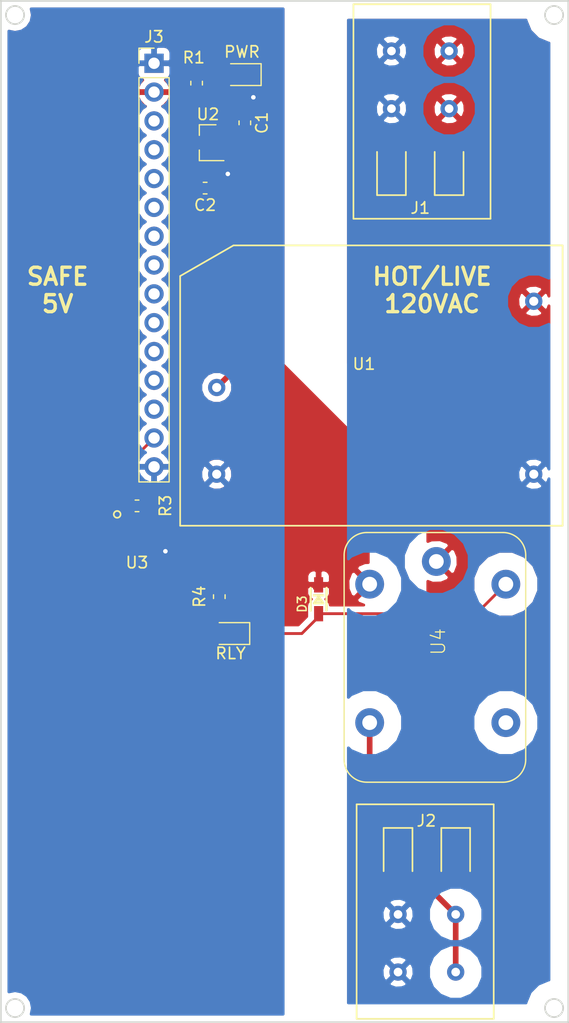
<source format=kicad_pcb>
(kicad_pcb (version 20171130) (host pcbnew "(5.0.2)-1")

  (general
    (thickness 1.6)
    (drawings 10)
    (tracks 52)
    (zones 0)
    (modules 15)
    (nets 26)
  )

  (page A4)
  (layers
    (0 F.Cu signal)
    (31 B.Cu signal)
    (32 B.Adhes user)
    (33 F.Adhes user)
    (34 B.Paste user)
    (35 F.Paste user)
    (36 B.SilkS user)
    (37 F.SilkS user)
    (38 B.Mask user)
    (39 F.Mask user)
    (40 Dwgs.User user)
    (41 Cmts.User user)
    (42 Eco1.User user)
    (43 Eco2.User user)
    (44 Edge.Cuts user)
    (45 Margin user)
    (46 B.CrtYd user)
    (47 F.CrtYd user)
    (48 B.Fab user)
    (49 F.Fab user)
  )

  (setup
    (last_trace_width 0.25)
    (user_trace_width 0.5)
    (trace_clearance 0.2)
    (zone_clearance 1.5)
    (zone_45_only no)
    (trace_min 0.2)
    (segment_width 0.2)
    (edge_width 0.15)
    (via_size 0.8)
    (via_drill 0.4)
    (via_min_size 0.4)
    (via_min_drill 0.3)
    (uvia_size 0.3)
    (uvia_drill 0.1)
    (uvias_allowed no)
    (uvia_min_size 0.2)
    (uvia_min_drill 0.1)
    (pcb_text_width 0.3)
    (pcb_text_size 1.5 1.5)
    (mod_edge_width 0.15)
    (mod_text_size 1 1)
    (mod_text_width 0.15)
    (pad_size 1.524 1.524)
    (pad_drill 0.762)
    (pad_to_mask_clearance 0.051)
    (solder_mask_min_width 0.25)
    (aux_axis_origin 0 0)
    (visible_elements 7FFFFFFF)
    (pcbplotparams
      (layerselection 0x010fc_ffffffff)
      (usegerberextensions false)
      (usegerberattributes false)
      (usegerberadvancedattributes false)
      (creategerberjobfile false)
      (excludeedgelayer true)
      (linewidth 0.100000)
      (plotframeref false)
      (viasonmask false)
      (mode 1)
      (useauxorigin false)
      (hpglpennumber 1)
      (hpglpenspeed 20)
      (hpglpendiameter 15.000000)
      (psnegative false)
      (psa4output false)
      (plotreference true)
      (plotvalue true)
      (plotinvisibletext false)
      (padsonsilk false)
      (subtractmaskfromsilk false)
      (outputformat 1)
      (mirror false)
      (drillshape 1)
      (scaleselection 1)
      (outputdirectory ""))
  )

  (net 0 "")
  (net 1 "Net-(C1-Pad1)")
  (net 2 /GND)
  (net 3 /5V)
  (net 4 "Net-(D1-Pad2)")
  (net 5 "Net-(D2-Pad1)")
  (net 6 "Net-(D2-Pad2)")
  (net 7 /VAC_L)
  (net 8 /VAC_N)
  (net 9 "Net-(J3-Pad3)")
  (net 10 "Net-(J3-Pad4)")
  (net 11 "Net-(J3-Pad5)")
  (net 12 "Net-(J3-Pad6)")
  (net 13 "Net-(J3-Pad7)")
  (net 14 "Net-(J3-Pad8)")
  (net 15 "Net-(J3-Pad9)")
  (net 16 "Net-(J3-Pad10)")
  (net 17 "Net-(J3-Pad11)")
  (net 18 "Net-(J3-Pad12)")
  (net 19 "Net-(J3-Pad13)")
  (net 20 /Signal)
  (net 21 "Net-(U3-Pad2)")
  (net 22 "Net-(U3-Pad3)")
  (net 23 "Net-(U3-Pad4)")
  (net 24 "Net-(U4-Pad4)")
  (net 25 "Net-(J2-Pad2)")

  (net_class Default "This is the default net class."
    (clearance 0.2)
    (trace_width 0.25)
    (via_dia 0.8)
    (via_drill 0.4)
    (uvia_dia 0.3)
    (uvia_drill 0.1)
    (add_net /5V)
    (add_net /GND)
    (add_net /Signal)
    (add_net /VAC_L)
    (add_net /VAC_N)
    (add_net "Net-(C1-Pad1)")
    (add_net "Net-(D1-Pad2)")
    (add_net "Net-(D2-Pad1)")
    (add_net "Net-(D2-Pad2)")
    (add_net "Net-(J2-Pad2)")
    (add_net "Net-(J3-Pad10)")
    (add_net "Net-(J3-Pad11)")
    (add_net "Net-(J3-Pad12)")
    (add_net "Net-(J3-Pad13)")
    (add_net "Net-(J3-Pad3)")
    (add_net "Net-(J3-Pad4)")
    (add_net "Net-(J3-Pad5)")
    (add_net "Net-(J3-Pad6)")
    (add_net "Net-(J3-Pad7)")
    (add_net "Net-(J3-Pad8)")
    (add_net "Net-(J3-Pad9)")
    (add_net "Net-(U3-Pad2)")
    (add_net "Net-(U3-Pad3)")
    (add_net "Net-(U3-Pad4)")
    (add_net "Net-(U4-Pad4)")
  )

  (module Capacitor_SMD:C_0603_1608Metric (layer F.Cu) (tedit 5B301BBE) (tstamp 5CB9E7D9)
    (at 111.5 85.75 90)
    (descr "Capacitor SMD 0603 (1608 Metric), square (rectangular) end terminal, IPC_7351 nominal, (Body size source: http://www.tortai-tech.com/upload/download/2011102023233369053.pdf), generated with kicad-footprint-generator")
    (tags capacitor)
    (path /5CAADF08)
    (attr smd)
    (fp_text reference C1 (at 0 1.5 90) (layer F.SilkS)
      (effects (font (size 1 1) (thickness 0.15)))
    )
    (fp_text value 1µF (at 0 1.43 90) (layer F.Fab)
      (effects (font (size 1 1) (thickness 0.15)))
    )
    (fp_line (start -0.8 0.4) (end -0.8 -0.4) (layer F.Fab) (width 0.1))
    (fp_line (start -0.8 -0.4) (end 0.8 -0.4) (layer F.Fab) (width 0.1))
    (fp_line (start 0.8 -0.4) (end 0.8 0.4) (layer F.Fab) (width 0.1))
    (fp_line (start 0.8 0.4) (end -0.8 0.4) (layer F.Fab) (width 0.1))
    (fp_line (start -0.162779 -0.51) (end 0.162779 -0.51) (layer F.SilkS) (width 0.12))
    (fp_line (start -0.162779 0.51) (end 0.162779 0.51) (layer F.SilkS) (width 0.12))
    (fp_line (start -1.48 0.73) (end -1.48 -0.73) (layer F.CrtYd) (width 0.05))
    (fp_line (start -1.48 -0.73) (end 1.48 -0.73) (layer F.CrtYd) (width 0.05))
    (fp_line (start 1.48 -0.73) (end 1.48 0.73) (layer F.CrtYd) (width 0.05))
    (fp_line (start 1.48 0.73) (end -1.48 0.73) (layer F.CrtYd) (width 0.05))
    (fp_text user %R (at 0 0 90) (layer F.Fab)
      (effects (font (size 0.4 0.4) (thickness 0.06)))
    )
    (pad 1 smd roundrect (at -0.7875 0 90) (size 0.875 0.95) (layers F.Cu F.Paste F.Mask) (roundrect_rratio 0.25)
      (net 1 "Net-(C1-Pad1)"))
    (pad 2 smd roundrect (at 0.7875 0 90) (size 0.875 0.95) (layers F.Cu F.Paste F.Mask) (roundrect_rratio 0.25)
      (net 2 /GND))
    (model ${KISYS3DMOD}/Capacitor_SMD.3dshapes/C_0603_1608Metric.wrl
      (at (xyz 0 0 0))
      (scale (xyz 1 1 1))
      (rotate (xyz 0 0 0))
    )
  )

  (module Capacitor_SMD:C_0603_1608Metric (layer F.Cu) (tedit 5B301BBE) (tstamp 5CB9E7EA)
    (at 108 91.5)
    (descr "Capacitor SMD 0603 (1608 Metric), square (rectangular) end terminal, IPC_7351 nominal, (Body size source: http://www.tortai-tech.com/upload/download/2011102023233369053.pdf), generated with kicad-footprint-generator")
    (tags capacitor)
    (path /5CAADF18)
    (attr smd)
    (fp_text reference C2 (at 0 1.5) (layer F.SilkS)
      (effects (font (size 1 1) (thickness 0.15)))
    )
    (fp_text value 1µF (at 0.25 -1.25) (layer F.Fab)
      (effects (font (size 1 1) (thickness 0.15)))
    )
    (fp_text user %R (at 0 0) (layer F.Fab)
      (effects (font (size 0.4 0.4) (thickness 0.06)))
    )
    (fp_line (start 1.48 0.73) (end -1.48 0.73) (layer F.CrtYd) (width 0.05))
    (fp_line (start 1.48 -0.73) (end 1.48 0.73) (layer F.CrtYd) (width 0.05))
    (fp_line (start -1.48 -0.73) (end 1.48 -0.73) (layer F.CrtYd) (width 0.05))
    (fp_line (start -1.48 0.73) (end -1.48 -0.73) (layer F.CrtYd) (width 0.05))
    (fp_line (start -0.162779 0.51) (end 0.162779 0.51) (layer F.SilkS) (width 0.12))
    (fp_line (start -0.162779 -0.51) (end 0.162779 -0.51) (layer F.SilkS) (width 0.12))
    (fp_line (start 0.8 0.4) (end -0.8 0.4) (layer F.Fab) (width 0.1))
    (fp_line (start 0.8 -0.4) (end 0.8 0.4) (layer F.Fab) (width 0.1))
    (fp_line (start -0.8 -0.4) (end 0.8 -0.4) (layer F.Fab) (width 0.1))
    (fp_line (start -0.8 0.4) (end -0.8 -0.4) (layer F.Fab) (width 0.1))
    (pad 2 smd roundrect (at 0.7875 0) (size 0.875 0.95) (layers F.Cu F.Paste F.Mask) (roundrect_rratio 0.25)
      (net 2 /GND))
    (pad 1 smd roundrect (at -0.7875 0) (size 0.875 0.95) (layers F.Cu F.Paste F.Mask) (roundrect_rratio 0.25)
      (net 3 /5V))
    (model ${KISYS3DMOD}/Capacitor_SMD.3dshapes/C_0603_1608Metric.wrl
      (at (xyz 0 0 0))
      (scale (xyz 1 1 1))
      (rotate (xyz 0 0 0))
    )
  )

  (module LED_SMD:LED_0805_2012Metric (layer F.Cu) (tedit 5CAF5D3C) (tstamp 5CB9E7FD)
    (at 111.25 81.5 180)
    (descr "LED SMD 0805 (2012 Metric), square (rectangular) end terminal, IPC_7351 nominal, (Body size source: https://docs.google.com/spreadsheets/d/1BsfQQcO9C6DZCsRaXUlFlo91Tg2WpOkGARC1WS5S8t0/edit?usp=sharing), generated with kicad-footprint-generator")
    (tags diode)
    (path /5CACF323)
    (attr smd)
    (fp_text reference PWR (at 0 2 180) (layer F.SilkS)
      (effects (font (size 1 1) (thickness 0.15)))
    )
    (fp_text value LED (at 0 1.65 180) (layer F.Fab)
      (effects (font (size 1 1) (thickness 0.15)))
    )
    (fp_text user %R (at 0 0 180) (layer F.Fab)
      (effects (font (size 0.5 0.5) (thickness 0.08)))
    )
    (fp_line (start 1.68 0.95) (end -1.68 0.95) (layer F.CrtYd) (width 0.05))
    (fp_line (start 1.68 -0.95) (end 1.68 0.95) (layer F.CrtYd) (width 0.05))
    (fp_line (start -1.68 -0.95) (end 1.68 -0.95) (layer F.CrtYd) (width 0.05))
    (fp_line (start -1.68 0.95) (end -1.68 -0.95) (layer F.CrtYd) (width 0.05))
    (fp_line (start -1.685 0.96) (end 1 0.96) (layer F.SilkS) (width 0.12))
    (fp_line (start -1.685 -0.96) (end -1.685 0.96) (layer F.SilkS) (width 0.12))
    (fp_line (start 1 -0.96) (end -1.685 -0.96) (layer F.SilkS) (width 0.12))
    (fp_line (start 1 0.6) (end 1 -0.6) (layer F.Fab) (width 0.1))
    (fp_line (start -1 0.6) (end 1 0.6) (layer F.Fab) (width 0.1))
    (fp_line (start -1 -0.3) (end -1 0.6) (layer F.Fab) (width 0.1))
    (fp_line (start -0.7 -0.6) (end -1 -0.3) (layer F.Fab) (width 0.1))
    (fp_line (start 1 -0.6) (end -0.7 -0.6) (layer F.Fab) (width 0.1))
    (pad 2 smd roundrect (at 0.9375 0 180) (size 0.975 1.4) (layers F.Cu F.Paste F.Mask) (roundrect_rratio 0.25)
      (net 4 "Net-(D1-Pad2)"))
    (pad 1 smd roundrect (at -0.9375 0 180) (size 0.975 1.4) (layers F.Cu F.Paste F.Mask) (roundrect_rratio 0.25)
      (net 2 /GND))
    (model ${KISYS3DMOD}/LED_SMD.3dshapes/LED_0805_2012Metric.wrl
      (at (xyz 0 0 0))
      (scale (xyz 1 1 1))
      (rotate (xyz 0 0 0))
    )
  )

  (module LED_SMD:LED_0805_2012Metric (layer F.Cu) (tedit 5CAF5D4A) (tstamp 5CB9E810)
    (at 110.244 130.75 180)
    (descr "LED SMD 0805 (2012 Metric), square (rectangular) end terminal, IPC_7351 nominal, (Body size source: https://docs.google.com/spreadsheets/d/1BsfQQcO9C6DZCsRaXUlFlo91Tg2WpOkGARC1WS5S8t0/edit?usp=sharing), generated with kicad-footprint-generator")
    (tags diode)
    (path /5CAB8996)
    (attr smd)
    (fp_text reference RLY (at 0 -1.75 180) (layer F.SilkS)
      (effects (font (size 1 1) (thickness 0.15)))
    )
    (fp_text value LED (at 0 1.65 180) (layer F.Fab)
      (effects (font (size 1 1) (thickness 0.15)))
    )
    (fp_line (start 1 -0.6) (end -0.7 -0.6) (layer F.Fab) (width 0.1))
    (fp_line (start -0.7 -0.6) (end -1 -0.3) (layer F.Fab) (width 0.1))
    (fp_line (start -1 -0.3) (end -1 0.6) (layer F.Fab) (width 0.1))
    (fp_line (start -1 0.6) (end 1 0.6) (layer F.Fab) (width 0.1))
    (fp_line (start 1 0.6) (end 1 -0.6) (layer F.Fab) (width 0.1))
    (fp_line (start 1 -0.96) (end -1.685 -0.96) (layer F.SilkS) (width 0.12))
    (fp_line (start -1.685 -0.96) (end -1.685 0.96) (layer F.SilkS) (width 0.12))
    (fp_line (start -1.685 0.96) (end 1 0.96) (layer F.SilkS) (width 0.12))
    (fp_line (start -1.68 0.95) (end -1.68 -0.95) (layer F.CrtYd) (width 0.05))
    (fp_line (start -1.68 -0.95) (end 1.68 -0.95) (layer F.CrtYd) (width 0.05))
    (fp_line (start 1.68 -0.95) (end 1.68 0.95) (layer F.CrtYd) (width 0.05))
    (fp_line (start 1.68 0.95) (end -1.68 0.95) (layer F.CrtYd) (width 0.05))
    (fp_text user %R (at 0 0 180) (layer F.Fab)
      (effects (font (size 0.5 0.5) (thickness 0.08)))
    )
    (pad 1 smd roundrect (at -0.9375 0 180) (size 0.975 1.4) (layers F.Cu F.Paste F.Mask) (roundrect_rratio 0.25)
      (net 5 "Net-(D2-Pad1)"))
    (pad 2 smd roundrect (at 0.9375 0 180) (size 0.975 1.4) (layers F.Cu F.Paste F.Mask) (roundrect_rratio 0.25)
      (net 6 "Net-(D2-Pad2)"))
    (model ${KISYS3DMOD}/LED_SMD.3dshapes/LED_0805_2012Metric.wrl
      (at (xyz 0 0 0))
      (scale (xyz 1 1 1))
      (rotate (xyz 0 0 0))
    )
  )

  (module Footprints:SOD-323 (layer F.Cu) (tedit 5CAD1F52) (tstamp 5CB9E81F)
    (at 118 127.73 270)
    (descr "<b>SOD323</b> (2.5x1.2mm)")
    (path /5CAB62E5)
    (fp_text reference D3 (at 1.27 1 270) (layer F.SilkS)
      (effects (font (size 0.77216 0.77216) (thickness 0.138988)) (justify left bottom))
    )
    (fp_text value 1N414B (at -1.1 1.792 270) (layer F.Fab)
      (effects (font (size 0.77216 0.77216) (thickness 0.077216)) (justify left bottom))
    )
    (fp_line (start -1 -0.7) (end 1 -0.7) (layer F.SilkS) (width 0.2032))
    (fp_line (start 1 -0.7) (end 1 0.7) (layer F.Fab) (width 0.2032))
    (fp_line (start 1 0.7) (end -1 0.7) (layer F.SilkS) (width 0.2032))
    (fp_line (start -1 0.7) (end -1 -0.7) (layer F.Fab) (width 0.2032))
    (fp_line (start -0.25 0) (end 0.35 -0.4) (layer F.SilkS) (width 0.2032))
    (fp_line (start 0.35 -0.4) (end 0.35 0.4) (layer F.SilkS) (width 0.2032))
    (fp_line (start 0.35 0.4) (end -0.25 0) (layer F.SilkS) (width 0.2032))
    (fp_poly (pts (xy -0.45 0.5) (xy -0.25 0.5) (xy -0.25 -0.5) (xy -0.45 -0.5)) (layer F.SilkS) (width 0))
    (fp_poly (pts (xy -0.1 0) (xy 0.2 -0.2) (xy 0.2 0.2)) (layer F.SilkS) (width 0))
    (pad 1 smd rect (at -1.27 0 270) (size 1.35 0.8) (layers F.Cu F.Paste F.Mask)
      (net 3 /5V) (solder_mask_margin 0.0508))
    (pad 2 smd rect (at 1.27 0 270) (size 1.35 0.8) (layers F.Cu F.Paste F.Mask)
      (net 5 "Net-(D2-Pad1)") (solder_mask_margin 0.0508))
    (model ${KISYS3DMOD}/Diode_SMD.3dshapes/D_0805_2012Metric.step
      (at (xyz 0 0 0))
      (scale (xyz 1 1 1))
      (rotate (xyz 0 0 0))
    )
  )

  (module Footprints:ED30012-FD (layer F.Cu) (tedit 5CA7AC83) (tstamp 5CB9E831)
    (at 129.5 84.5 180)
    (path /5CAADF49)
    (fp_text reference J1 (at 2.54 -8.75 180) (layer F.SilkS)
      (effects (font (size 1 1) (thickness 0.15)))
    )
    (fp_text value TermBlock (at 2.54 7.62 180) (layer F.Fab)
      (effects (font (size 1 1) (thickness 0.15)))
    )
    (fp_line (start -3.65 -9.7) (end -3.65 9.2) (layer F.SilkS) (width 0.15))
    (fp_line (start -3.65 -9.7) (end 8.43 -9.7) (layer F.SilkS) (width 0.15))
    (fp_line (start 8.43 -9.7) (end 8.43 9.2) (layer F.SilkS) (width 0.15))
    (fp_line (start 8.43 9.2) (end -3.65 9.2) (layer F.SilkS) (width 0.15))
    (fp_line (start -1.27 -3.81) (end -1.27 -7.62) (layer F.SilkS) (width 0.15))
    (fp_line (start -1.27 -7.62) (end 1.27 -7.62) (layer F.SilkS) (width 0.15))
    (fp_line (start 1.27 -7.62) (end 1.27 -3.81) (layer F.SilkS) (width 0.15))
    (fp_line (start 3.81 -3.81) (end 3.81 -7.62) (layer F.SilkS) (width 0.15))
    (fp_line (start 3.81 -7.62) (end 6.35 -7.62) (layer F.SilkS) (width 0.15))
    (fp_line (start 6.35 -7.62) (end 6.35 -3.81) (layer F.SilkS) (width 0.15))
    (pad 1 thru_hole circle (at 0 0 180) (size 1.524 1.524) (drill 0.762) (layers *.Cu *.Mask)
      (net 7 /VAC_L))
    (pad 1 thru_hole circle (at 0 5.08 180) (size 1.524 1.524) (drill 0.762) (layers *.Cu *.Mask)
      (net 7 /VAC_L))
    (pad 2 thru_hole circle (at 5.08 0 180) (size 1.524 1.524) (drill 0.762) (layers *.Cu *.Mask)
      (net 8 /VAC_N))
    (pad 2 thru_hole circle (at 5.08 5.08 180) (size 1.524 1.524) (drill 0.762) (layers *.Cu *.Mask)
      (net 8 /VAC_N))
    (model ${KIPRJMOD}/3dshapes/spring_terminal.step
      (offset (xyz -2.5 5 0))
      (scale (xyz 1 1 1))
      (rotate (xyz 0 0 -90))
    )
  )

  (module Footprints:ED30012-FD (layer F.Cu) (tedit 5CA7AC83) (tstamp 5CB9E843)
    (at 125 155.5)
    (path /5CABA558)
    (fp_text reference J2 (at 2.5 -8.25) (layer F.SilkS)
      (effects (font (size 1 1) (thickness 0.15)))
    )
    (fp_text value TermBlock (at 2.54 7.62) (layer F.Fab)
      (effects (font (size 1 1) (thickness 0.15)))
    )
    (fp_line (start 6.35 -7.62) (end 6.35 -3.81) (layer F.SilkS) (width 0.15))
    (fp_line (start 3.81 -7.62) (end 6.35 -7.62) (layer F.SilkS) (width 0.15))
    (fp_line (start 3.81 -3.81) (end 3.81 -7.62) (layer F.SilkS) (width 0.15))
    (fp_line (start 1.27 -7.62) (end 1.27 -3.81) (layer F.SilkS) (width 0.15))
    (fp_line (start -1.27 -7.62) (end 1.27 -7.62) (layer F.SilkS) (width 0.15))
    (fp_line (start -1.27 -3.81) (end -1.27 -7.62) (layer F.SilkS) (width 0.15))
    (fp_line (start 8.43 9.2) (end -3.65 9.2) (layer F.SilkS) (width 0.15))
    (fp_line (start 8.43 -9.7) (end 8.43 9.2) (layer F.SilkS) (width 0.15))
    (fp_line (start -3.65 -9.7) (end 8.43 -9.7) (layer F.SilkS) (width 0.15))
    (fp_line (start -3.65 -9.7) (end -3.65 9.2) (layer F.SilkS) (width 0.15))
    (pad 2 thru_hole circle (at 5.08 5.08) (size 1.524 1.524) (drill 0.762) (layers *.Cu *.Mask)
      (net 25 "Net-(J2-Pad2)"))
    (pad 2 thru_hole circle (at 5.08 0) (size 1.524 1.524) (drill 0.762) (layers *.Cu *.Mask)
      (net 25 "Net-(J2-Pad2)"))
    (pad 1 thru_hole circle (at 0 5.08) (size 1.524 1.524) (drill 0.762) (layers *.Cu *.Mask)
      (net 8 /VAC_N))
    (pad 1 thru_hole circle (at 0 0) (size 1.524 1.524) (drill 0.762) (layers *.Cu *.Mask)
      (net 8 /VAC_N))
    (model ${KIPRJMOD}/3dshapes/spring_terminal.step
      (offset (xyz -2.5 5 0))
      (scale (xyz 1 1 1))
      (rotate (xyz 0 0 -90))
    )
  )

  (module Connector_PinHeader_2.54mm:PinHeader_1x15_P2.54mm_Vertical (layer F.Cu) (tedit 59FED5CC) (tstamp 5CB9E866)
    (at 103.5 80.5)
    (descr "Through hole straight pin header, 1x15, 2.54mm pitch, single row")
    (tags "Through hole pin header THT 1x15 2.54mm single row")
    (path /5CAD0E87)
    (fp_text reference J3 (at 0 -2.33) (layer F.SilkS)
      (effects (font (size 1 1) (thickness 0.15)))
    )
    (fp_text value Conn_01x15_Male (at 0 37.89) (layer F.Fab)
      (effects (font (size 1 1) (thickness 0.15)))
    )
    (fp_line (start -0.635 -1.27) (end 1.27 -1.27) (layer F.Fab) (width 0.1))
    (fp_line (start 1.27 -1.27) (end 1.27 36.83) (layer F.Fab) (width 0.1))
    (fp_line (start 1.27 36.83) (end -1.27 36.83) (layer F.Fab) (width 0.1))
    (fp_line (start -1.27 36.83) (end -1.27 -0.635) (layer F.Fab) (width 0.1))
    (fp_line (start -1.27 -0.635) (end -0.635 -1.27) (layer F.Fab) (width 0.1))
    (fp_line (start -1.33 36.89) (end 1.33 36.89) (layer F.SilkS) (width 0.12))
    (fp_line (start -1.33 1.27) (end -1.33 36.89) (layer F.SilkS) (width 0.12))
    (fp_line (start 1.33 1.27) (end 1.33 36.89) (layer F.SilkS) (width 0.12))
    (fp_line (start -1.33 1.27) (end 1.33 1.27) (layer F.SilkS) (width 0.12))
    (fp_line (start -1.33 0) (end -1.33 -1.33) (layer F.SilkS) (width 0.12))
    (fp_line (start -1.33 -1.33) (end 0 -1.33) (layer F.SilkS) (width 0.12))
    (fp_line (start -1.8 -1.8) (end -1.8 37.35) (layer F.CrtYd) (width 0.05))
    (fp_line (start -1.8 37.35) (end 1.8 37.35) (layer F.CrtYd) (width 0.05))
    (fp_line (start 1.8 37.35) (end 1.8 -1.8) (layer F.CrtYd) (width 0.05))
    (fp_line (start 1.8 -1.8) (end -1.8 -1.8) (layer F.CrtYd) (width 0.05))
    (fp_text user %R (at 0 17.78 90) (layer F.Fab)
      (effects (font (size 1 1) (thickness 0.15)))
    )
    (pad 1 thru_hole rect (at 0 0) (size 1.7 1.7) (drill 1) (layers *.Cu *.Mask)
      (net 2 /GND))
    (pad 2 thru_hole oval (at 0 2.54) (size 1.7 1.7) (drill 1) (layers *.Cu *.Mask)
      (net 3 /5V))
    (pad 3 thru_hole oval (at 0 5.08) (size 1.7 1.7) (drill 1) (layers *.Cu *.Mask)
      (net 9 "Net-(J3-Pad3)"))
    (pad 4 thru_hole oval (at 0 7.62) (size 1.7 1.7) (drill 1) (layers *.Cu *.Mask)
      (net 10 "Net-(J3-Pad4)"))
    (pad 5 thru_hole oval (at 0 10.16) (size 1.7 1.7) (drill 1) (layers *.Cu *.Mask)
      (net 11 "Net-(J3-Pad5)"))
    (pad 6 thru_hole oval (at 0 12.7) (size 1.7 1.7) (drill 1) (layers *.Cu *.Mask)
      (net 12 "Net-(J3-Pad6)"))
    (pad 7 thru_hole oval (at 0 15.24) (size 1.7 1.7) (drill 1) (layers *.Cu *.Mask)
      (net 13 "Net-(J3-Pad7)"))
    (pad 8 thru_hole oval (at 0 17.78) (size 1.7 1.7) (drill 1) (layers *.Cu *.Mask)
      (net 14 "Net-(J3-Pad8)"))
    (pad 9 thru_hole oval (at 0 20.32) (size 1.7 1.7) (drill 1) (layers *.Cu *.Mask)
      (net 15 "Net-(J3-Pad9)"))
    (pad 10 thru_hole oval (at 0 22.86) (size 1.7 1.7) (drill 1) (layers *.Cu *.Mask)
      (net 16 "Net-(J3-Pad10)"))
    (pad 11 thru_hole oval (at 0 25.4) (size 1.7 1.7) (drill 1) (layers *.Cu *.Mask)
      (net 17 "Net-(J3-Pad11)"))
    (pad 12 thru_hole oval (at 0 27.94) (size 1.7 1.7) (drill 1) (layers *.Cu *.Mask)
      (net 18 "Net-(J3-Pad12)"))
    (pad 13 thru_hole oval (at 0 30.48) (size 1.7 1.7) (drill 1) (layers *.Cu *.Mask)
      (net 19 "Net-(J3-Pad13)"))
    (pad 14 thru_hole oval (at 0 33.02) (size 1.7 1.7) (drill 1) (layers *.Cu *.Mask)
      (net 20 /Signal))
    (pad 15 thru_hole oval (at 0 35.56) (size 1.7 1.7) (drill 1) (layers *.Cu *.Mask)
      (net 2 /GND))
    (model ${KIPRJMOD}/3dshapes/BG075-15A-1-0600-0300-0150-N-G.stp
      (offset (xyz -1.5 1.25 1.5))
      (scale (xyz 1 1 1))
      (rotate (xyz 0 180 -90))
    )
  )

  (module Resistor_SMD:R_0603_1608Metric (layer F.Cu) (tedit 5B301BBD) (tstamp 5CB9E877)
    (at 107.25 82.25 90)
    (descr "Resistor SMD 0603 (1608 Metric), square (rectangular) end terminal, IPC_7351 nominal, (Body size source: http://www.tortai-tech.com/upload/download/2011102023233369053.pdf), generated with kicad-footprint-generator")
    (tags resistor)
    (path /5CACF32A)
    (attr smd)
    (fp_text reference R1 (at 2.25 -0.25 180) (layer F.SilkS)
      (effects (font (size 1 1) (thickness 0.15)))
    )
    (fp_text value 1K (at 0 1.43 90) (layer F.Fab)
      (effects (font (size 1 1) (thickness 0.15)))
    )
    (fp_line (start -0.8 0.4) (end -0.8 -0.4) (layer F.Fab) (width 0.1))
    (fp_line (start -0.8 -0.4) (end 0.8 -0.4) (layer F.Fab) (width 0.1))
    (fp_line (start 0.8 -0.4) (end 0.8 0.4) (layer F.Fab) (width 0.1))
    (fp_line (start 0.8 0.4) (end -0.8 0.4) (layer F.Fab) (width 0.1))
    (fp_line (start -0.162779 -0.51) (end 0.162779 -0.51) (layer F.SilkS) (width 0.12))
    (fp_line (start -0.162779 0.51) (end 0.162779 0.51) (layer F.SilkS) (width 0.12))
    (fp_line (start -1.48 0.73) (end -1.48 -0.73) (layer F.CrtYd) (width 0.05))
    (fp_line (start -1.48 -0.73) (end 1.48 -0.73) (layer F.CrtYd) (width 0.05))
    (fp_line (start 1.48 -0.73) (end 1.48 0.73) (layer F.CrtYd) (width 0.05))
    (fp_line (start 1.48 0.73) (end -1.48 0.73) (layer F.CrtYd) (width 0.05))
    (fp_text user %R (at 0 0 90) (layer F.Fab)
      (effects (font (size 0.4 0.4) (thickness 0.06)))
    )
    (pad 1 smd roundrect (at -0.7875 0 90) (size 0.875 0.95) (layers F.Cu F.Paste F.Mask) (roundrect_rratio 0.25)
      (net 3 /5V))
    (pad 2 smd roundrect (at 0.7875 0 90) (size 0.875 0.95) (layers F.Cu F.Paste F.Mask) (roundrect_rratio 0.25)
      (net 4 "Net-(D1-Pad2)"))
    (model ${KISYS3DMOD}/Resistor_SMD.3dshapes/R_0603_1608Metric.wrl
      (at (xyz 0 0 0))
      (scale (xyz 1 1 1))
      (rotate (xyz 0 0 0))
    )
  )

  (module Resistor_SMD:R_0603_1608Metric (layer F.Cu) (tedit 5B301BBD) (tstamp 5CB9E888)
    (at 102 119.5)
    (descr "Resistor SMD 0603 (1608 Metric), square (rectangular) end terminal, IPC_7351 nominal, (Body size source: http://www.tortai-tech.com/upload/download/2011102023233369053.pdf), generated with kicad-footprint-generator")
    (tags resistor)
    (path /5CACA1AE)
    (attr smd)
    (fp_text reference R3 (at 2.5 0 270) (layer F.SilkS)
      (effects (font (size 1 1) (thickness 0.15)))
    )
    (fp_text value 10K (at 0 1.43) (layer F.Fab)
      (effects (font (size 1 1) (thickness 0.15)))
    )
    (fp_text user %R (at 0 0) (layer F.Fab)
      (effects (font (size 0.4 0.4) (thickness 0.06)))
    )
    (fp_line (start 1.48 0.73) (end -1.48 0.73) (layer F.CrtYd) (width 0.05))
    (fp_line (start 1.48 -0.73) (end 1.48 0.73) (layer F.CrtYd) (width 0.05))
    (fp_line (start -1.48 -0.73) (end 1.48 -0.73) (layer F.CrtYd) (width 0.05))
    (fp_line (start -1.48 0.73) (end -1.48 -0.73) (layer F.CrtYd) (width 0.05))
    (fp_line (start -0.162779 0.51) (end 0.162779 0.51) (layer F.SilkS) (width 0.12))
    (fp_line (start -0.162779 -0.51) (end 0.162779 -0.51) (layer F.SilkS) (width 0.12))
    (fp_line (start 0.8 0.4) (end -0.8 0.4) (layer F.Fab) (width 0.1))
    (fp_line (start 0.8 -0.4) (end 0.8 0.4) (layer F.Fab) (width 0.1))
    (fp_line (start -0.8 -0.4) (end 0.8 -0.4) (layer F.Fab) (width 0.1))
    (fp_line (start -0.8 0.4) (end -0.8 -0.4) (layer F.Fab) (width 0.1))
    (pad 2 smd roundrect (at 0.7875 0) (size 0.875 0.95) (layers F.Cu F.Paste F.Mask) (roundrect_rratio 0.25)
      (net 2 /GND))
    (pad 1 smd roundrect (at -0.7875 0) (size 0.875 0.95) (layers F.Cu F.Paste F.Mask) (roundrect_rratio 0.25)
      (net 20 /Signal))
    (model ${KISYS3DMOD}/Resistor_SMD.3dshapes/R_0603_1608Metric.wrl
      (at (xyz 0 0 0))
      (scale (xyz 1 1 1))
      (rotate (xyz 0 0 0))
    )
  )

  (module Resistor_SMD:R_0603_1608Metric (layer F.Cu) (tedit 5B301BBD) (tstamp 5CB9E899)
    (at 109.25 127.5 270)
    (descr "Resistor SMD 0603 (1608 Metric), square (rectangular) end terminal, IPC_7351 nominal, (Body size source: http://www.tortai-tech.com/upload/download/2011102023233369053.pdf), generated with kicad-footprint-generator")
    (tags resistor)
    (path /5CAC27BB)
    (attr smd)
    (fp_text reference R4 (at 0 1.75 270) (layer F.SilkS)
      (effects (font (size 1 1) (thickness 0.15)))
    )
    (fp_text value 1K (at 0 1.43 270) (layer F.Fab)
      (effects (font (size 1 1) (thickness 0.15)))
    )
    (fp_line (start -0.8 0.4) (end -0.8 -0.4) (layer F.Fab) (width 0.1))
    (fp_line (start -0.8 -0.4) (end 0.8 -0.4) (layer F.Fab) (width 0.1))
    (fp_line (start 0.8 -0.4) (end 0.8 0.4) (layer F.Fab) (width 0.1))
    (fp_line (start 0.8 0.4) (end -0.8 0.4) (layer F.Fab) (width 0.1))
    (fp_line (start -0.162779 -0.51) (end 0.162779 -0.51) (layer F.SilkS) (width 0.12))
    (fp_line (start -0.162779 0.51) (end 0.162779 0.51) (layer F.SilkS) (width 0.12))
    (fp_line (start -1.48 0.73) (end -1.48 -0.73) (layer F.CrtYd) (width 0.05))
    (fp_line (start -1.48 -0.73) (end 1.48 -0.73) (layer F.CrtYd) (width 0.05))
    (fp_line (start 1.48 -0.73) (end 1.48 0.73) (layer F.CrtYd) (width 0.05))
    (fp_line (start 1.48 0.73) (end -1.48 0.73) (layer F.CrtYd) (width 0.05))
    (fp_text user %R (at 0 0 270) (layer F.Fab)
      (effects (font (size 0.4 0.4) (thickness 0.06)))
    )
    (pad 1 smd roundrect (at -0.7875 0 270) (size 0.875 0.95) (layers F.Cu F.Paste F.Mask) (roundrect_rratio 0.25)
      (net 3 /5V))
    (pad 2 smd roundrect (at 0.7875 0 270) (size 0.875 0.95) (layers F.Cu F.Paste F.Mask) (roundrect_rratio 0.25)
      (net 6 "Net-(D2-Pad2)"))
    (model ${KISYS3DMOD}/Resistor_SMD.3dshapes/R_0603_1608Metric.wrl
      (at (xyz 0 0 0))
      (scale (xyz 1 1 1))
      (rotate (xyz 0 0 0))
    )
  )

  (module Footprints:RAC02-05SGB_AC_DC (layer F.Cu) (tedit 5CA3E9D6) (tstamp 5CB9E8A6)
    (at 139.5 119.25 180)
    (path /5CAADF01)
    (fp_text reference U1 (at 17.5 12.25 180) (layer F.SilkS)
      (effects (font (size 1 1) (thickness 0.15)))
    )
    (fp_text value RAC02-05SGB (at 18.05 3.05 180) (layer F.Fab)
      (effects (font (size 1 1) (thickness 0.15)))
    )
    (fp_line (start 0 -2) (end 0 22.7) (layer F.SilkS) (width 0.15))
    (fp_line (start 0 22.7) (end 29 22.7) (layer F.SilkS) (width 0.15))
    (fp_line (start 29 22.7) (end 33.7 20) (layer F.SilkS) (width 0.15))
    (fp_line (start 33.7 -2) (end 33.7 20) (layer F.SilkS) (width 0.15))
    (fp_line (start 0 -2) (end 33.7 -2) (layer F.SilkS) (width 0.15))
    (pad 1 thru_hole circle (at 2.54 17.78 180) (size 1.524 1.524) (drill 0.8) (layers *.Cu *.Mask)
      (net 7 /VAC_L))
    (pad 2 thru_hole circle (at 2.54 2.54 180) (size 1.524 1.524) (drill 0.8) (layers *.Cu *.Mask)
      (net 8 /VAC_N))
    (pad 3 thru_hole circle (at 30.48 2.54 180) (size 1.524 1.524) (drill 0.8) (layers *.Cu *.Mask)
      (net 2 /GND))
    (pad 4 thru_hole circle (at 30.48 10.18 180) (size 1.524 1.524) (drill 0.8) (layers *.Cu *.Mask)
      (net 1 "Net-(C1-Pad1)"))
    (model ${KISYS3DMOD}/Converter_ACDC.3dshapes/Converter_ACDC_RECOM_RAC01-xxSGB_THT.wrl
      (offset (xyz 2.5 -17.75 0))
      (scale (xyz 1 1 1))
      (rotate (xyz 0 0 0))
    )
  )

  (module Package_TO_SOT_SMD:SOT-23 (layer F.Cu) (tedit 5A02FF57) (tstamp 5CB9E8BB)
    (at 108.25 87.5 180)
    (descr "SOT-23, Standard")
    (tags SOT-23)
    (path /5CAADF0F)
    (attr smd)
    (fp_text reference U2 (at 0 2.5 180) (layer F.SilkS)
      (effects (font (size 1 1) (thickness 0.15)))
    )
    (fp_text value MCP1702T-5002E_CB (at -10.25 -1.25 180) (layer F.Fab)
      (effects (font (size 1 1) (thickness 0.15)))
    )
    (fp_text user %R (at 0 0 270) (layer F.Fab)
      (effects (font (size 0.5 0.5) (thickness 0.075)))
    )
    (fp_line (start -0.7 -0.95) (end -0.7 1.5) (layer F.Fab) (width 0.1))
    (fp_line (start -0.15 -1.52) (end 0.7 -1.52) (layer F.Fab) (width 0.1))
    (fp_line (start -0.7 -0.95) (end -0.15 -1.52) (layer F.Fab) (width 0.1))
    (fp_line (start 0.7 -1.52) (end 0.7 1.52) (layer F.Fab) (width 0.1))
    (fp_line (start -0.7 1.52) (end 0.7 1.52) (layer F.Fab) (width 0.1))
    (fp_line (start 0.76 1.58) (end 0.76 0.65) (layer F.SilkS) (width 0.12))
    (fp_line (start 0.76 -1.58) (end 0.76 -0.65) (layer F.SilkS) (width 0.12))
    (fp_line (start -1.7 -1.75) (end 1.7 -1.75) (layer F.CrtYd) (width 0.05))
    (fp_line (start 1.7 -1.75) (end 1.7 1.75) (layer F.CrtYd) (width 0.05))
    (fp_line (start 1.7 1.75) (end -1.7 1.75) (layer F.CrtYd) (width 0.05))
    (fp_line (start -1.7 1.75) (end -1.7 -1.75) (layer F.CrtYd) (width 0.05))
    (fp_line (start 0.76 -1.58) (end -1.4 -1.58) (layer F.SilkS) (width 0.12))
    (fp_line (start 0.76 1.58) (end -0.7 1.58) (layer F.SilkS) (width 0.12))
    (pad 1 smd rect (at -1 -0.95 180) (size 0.9 0.8) (layers F.Cu F.Paste F.Mask)
      (net 2 /GND))
    (pad 2 smd rect (at -1 0.95 180) (size 0.9 0.8) (layers F.Cu F.Paste F.Mask)
      (net 1 "Net-(C1-Pad1)"))
    (pad 3 smd rect (at 1 0 180) (size 0.9 0.8) (layers F.Cu F.Paste F.Mask)
      (net 3 /5V))
    (model ${KISYS3DMOD}/Package_TO_SOT_SMD.3dshapes/SOT-23.wrl
      (at (xyz 0 0 0))
      (scale (xyz 1 1 1))
      (rotate (xyz 0 0 0))
    )
  )

  (module Footprints:mosfet (layer F.Cu) (tedit 5CAAACDD) (tstamp 5CB9E8C6)
    (at 101 121 270)
    (path /5CAB20E2)
    (fp_text reference U3 (at 3.5 -1) (layer F.SilkS)
      (effects (font (size 1 1) (thickness 0.15)))
    )
    (fp_text value QS6K1TR (at 0 2.54 270) (layer F.Fab)
      (effects (font (size 1 1) (thickness 0.15)))
    )
    (fp_circle (center -0.75 0.75) (end -0.45 0.75) (layer F.SilkS) (width 0.15))
    (pad 1 smd rect (at 0 0 270) (size 0.7 0.9) (layers F.Cu F.Paste F.Mask)
      (net 20 /Signal))
    (pad 2 smd rect (at 0.95 0 270) (size 0.7 0.9) (layers F.Cu F.Paste F.Mask)
      (net 21 "Net-(U3-Pad2)"))
    (pad 3 smd rect (at 1.9 0 270) (size 0.7 0.9) (layers F.Cu F.Paste F.Mask)
      (net 22 "Net-(U3-Pad3)"))
    (pad 4 smd rect (at 1.9 -2.1 270) (size 0.7 0.9) (layers F.Cu F.Paste F.Mask)
      (net 23 "Net-(U3-Pad4)"))
    (pad 5 smd rect (at 0.95 -2.1 270) (size 0.7 0.9) (layers F.Cu F.Paste F.Mask)
      (net 2 /GND))
    (pad 6 smd rect (at 0 -2.1 270) (size 0.7 0.9) (layers F.Cu F.Paste F.Mask)
      (net 5 "Net-(D2-Pad1)"))
    (model ${KISYS3DMOD}/Package_TO_SOT_SMD.3dshapes/TSOT-23-6_MK06A.wrl
      (offset (xyz 1 1 0))
      (scale (xyz 1 1 1))
      (rotate (xyz 0 0 90))
    )
  )

  (module Footprints:RELAY_G5LE-1 (layer F.Cu) (tedit 5CAAB045) (tstamp 5CB9E8D7)
    (at 128.25 132.75 270)
    (path /5CAADF50)
    (fp_text reference U4 (at 0 -1 270) (layer F.SilkS)
      (effects (font (size 1.2065 1.2065) (thickness 0.108585)) (justify left bottom))
    )
    (fp_text value G5LE-14 (at -3.5 0.9 270) (layer F.Fab)
      (effects (font (size 0.77216 0.77216) (thickness 0.069494)) (justify left bottom))
    )
    (fp_line (start -10.9 -6) (end -10.9 6) (layer F.SilkS) (width 0.127))
    (fp_arc (start -8.9 6) (end -10.9 6) (angle -90) (layer F.SilkS) (width 0.127))
    (fp_line (start -8.9 8) (end 9.1 8) (layer F.SilkS) (width 0.127))
    (fp_arc (start 9.1 6) (end 9.1 8) (angle -90) (layer F.SilkS) (width 0.127))
    (fp_line (start 11.1 6) (end 11.1 -6) (layer F.SilkS) (width 0.127))
    (fp_arc (start 9.1 -6) (end 11.1 -6) (angle -90) (layer F.SilkS) (width 0.127))
    (fp_line (start 9.1 -8) (end -8.9 -8) (layer F.SilkS) (width 0.127))
    (fp_arc (start -8.9 -6) (end -8.9 -8) (angle -90) (layer F.SilkS) (width 0.127))
    (pad 1 thru_hole circle (at -8.35 -0.125 270) (size 2.54 2.54) (drill 1.3) (layers *.Cu *.Mask)
      (net 7 /VAC_L) (solder_mask_margin 0.0508))
    (pad 2 thru_hole circle (at -6.35 5.75 270) (size 2.54 2.54) (drill 1.3) (layers *.Cu *.Mask)
      (net 3 /5V) (solder_mask_margin 0.0508))
    (pad 3 thru_hole circle (at 5.85 5.75 270) (size 2.54 2.54) (drill 1.3) (layers *.Cu *.Mask)
      (net 25 "Net-(J2-Pad2)") (solder_mask_margin 0.0508))
    (pad 4 thru_hole circle (at 5.85 -6.25 270) (size 2.54 2.54) (drill 1.3) (layers *.Cu *.Mask)
      (net 24 "Net-(U4-Pad4)") (solder_mask_margin 0.0508))
    (pad 5 thru_hole circle (at -6.35 -6.25 270) (size 2.54 2.54) (drill 1.3) (layers *.Cu *.Mask)
      (net 5 "Net-(D2-Pad1)") (solder_mask_margin 0.0508))
    (model ${KIPRJMOD}/3dshapes/Relay.step
      (at (xyz 0 0 0))
      (scale (xyz 1 1 1))
      (rotate (xyz 0 0 0))
    )
  )

  (gr_text "HOT/LIVE\n120VAC" (at 128 100.5) (layer F.SilkS)
    (effects (font (size 1.5 1.5) (thickness 0.3)))
  )
  (gr_text "SAFE\n5V" (at 95 100.5) (layer F.SilkS)
    (effects (font (size 1.5 1.5) (thickness 0.3)))
  )
  (gr_circle (center 138.75 163.75) (end 139.55 163.75) (layer Edge.Cuts) (width 0.15) (tstamp 5CB9FBE0))
  (gr_circle (center 91.25 163.75) (end 92.05 163.75) (layer Edge.Cuts) (width 0.15) (tstamp 5CB9FBE0))
  (gr_circle (center 138.75 76.25) (end 139.55 76.25) (layer Edge.Cuts) (width 0.15) (tstamp 5CB9FBE0))
  (gr_circle (center 91.25 76.25) (end 92.05 76.25) (layer Edge.Cuts) (width 0.15))
  (gr_line (start 90 165) (end 90 75) (layer Edge.Cuts) (width 0.15))
  (gr_line (start 140 165) (end 90 165) (layer Edge.Cuts) (width 0.15))
  (gr_line (start 140 75) (end 140 165) (layer Edge.Cuts) (width 0.15))
  (gr_line (start 90 75) (end 140 75) (layer Edge.Cuts) (width 0.15))

  (segment (start 111.375 86.55) (end 111.425 86.5) (width 0.5) (layer F.Cu) (net 1))
  (segment (start 109.25 86.55) (end 111.375 86.55) (width 0.5) (layer F.Cu) (net 1))
  (segment (start 111.506 86.581) (end 111.425 86.5) (width 0.5) (layer F.Cu) (net 1))
  (segment (start 111.5 106.59) (end 109.02 109.07) (width 0.5) (layer F.Cu) (net 1))
  (segment (start 111.5 86.5375) (end 111.5 106.59) (width 0.5) (layer F.Cu) (net 1))
  (via (at 112.25 83.5) (size 0.8) (drill 0.4) (layers F.Cu B.Cu) (net 2))
  (segment (start 111.5 84.9625) (end 111.5 84.25) (width 0.5) (layer F.Cu) (net 2))
  (segment (start 111.5 84.25) (end 112.25 83.5) (width 0.5) (layer F.Cu) (net 2))
  (segment (start 112.1875 83.4375) (end 112.25 83.5) (width 0.5) (layer F.Cu) (net 2))
  (segment (start 112.1875 81.5) (end 112.1875 83.4375) (width 0.5) (layer F.Cu) (net 2))
  (segment (start 109.0375 88.6625) (end 109.25 88.45) (width 0.5) (layer F.Cu) (net 2))
  (segment (start 103.2275 116.06) (end 103.5 115.7875) (width 0.5) (layer F.Cu) (net 2))
  (via (at 110 90.25) (size 0.8) (drill 0.4) (layers F.Cu B.Cu) (net 2))
  (segment (start 108.7875 91.5) (end 108.7875 91.4625) (width 0.5) (layer F.Cu) (net 2))
  (segment (start 108.7875 91.4625) (end 110 90.25) (width 0.5) (layer F.Cu) (net 2))
  (segment (start 109.25 89.5) (end 110 90.25) (width 0.5) (layer F.Cu) (net 2))
  (segment (start 109.25 88.45) (end 109.25 89.5) (width 0.5) (layer F.Cu) (net 2))
  (segment (start 103.5 118.7875) (end 102.7875 119.5) (width 0.5) (layer F.Cu) (net 2))
  (segment (start 103.5 116.06) (end 103.5 118.7875) (width 0.5) (layer F.Cu) (net 2))
  (via (at 104.5 123.5) (size 0.8) (drill 0.4) (layers F.Cu B.Cu) (net 2))
  (segment (start 104.5 122.4) (end 104.5 123.5) (width 0.5) (layer F.Cu) (net 2))
  (segment (start 103.1 121.95) (end 104.05 121.95) (width 0.5) (layer F.Cu) (net 2))
  (segment (start 104.05 121.95) (end 104.5 122.4) (width 0.5) (layer F.Cu) (net 2))
  (segment (start 117.7475 126.7125) (end 118 126.46) (width 0.5) (layer F.Cu) (net 3))
  (segment (start 122.44 126.46) (end 122.5 126.4) (width 0.5) (layer F.Cu) (net 3))
  (segment (start 107.25 91.4625) (end 107.2125 91.5) (width 0.5) (layer F.Cu) (net 3))
  (segment (start 107.2475 83.04) (end 107.25 83.0375) (width 0.5) (layer F.Cu) (net 3))
  (segment (start 110.275 81.4625) (end 110.3125 81.5) (width 0.5) (layer F.Cu) (net 4))
  (segment (start 107.25 81.4625) (end 110.275 81.4625) (width 0.5) (layer F.Cu) (net 4))
  (segment (start 118 129.275) (end 118 129) (width 0.25) (layer F.Cu) (net 5))
  (segment (start 116.525 130.75) (end 118 129.275) (width 0.25) (layer F.Cu) (net 5))
  (segment (start 111.1815 130.75) (end 116.525 130.75) (width 0.25) (layer F.Cu) (net 5))
  (segment (start 131.9 129) (end 134.5 126.4) (width 0.25) (layer F.Cu) (net 5))
  (segment (start 118 129) (end 131.9 129) (width 0.25) (layer F.Cu) (net 5))
  (segment (start 110.625263 131.306237) (end 111.1815 130.75) (width 0.25) (layer F.Cu) (net 5))
  (segment (start 110.15649 131.77501) (end 110.625263 131.306237) (width 0.25) (layer F.Cu) (net 5))
  (segment (start 108.82716 131.77501) (end 110.15649 131.77501) (width 0.25) (layer F.Cu) (net 5))
  (segment (start 106.63749 129.58534) (end 108.82716 131.77501) (width 0.25) (layer F.Cu) (net 5))
  (segment (start 106.63749 123.724304) (end 106.63749 129.58534) (width 0.25) (layer F.Cu) (net 5))
  (segment (start 103.913186 121) (end 106.63749 123.724304) (width 0.25) (layer F.Cu) (net 5))
  (segment (start 103.1 121) (end 103.913186 121) (width 0.25) (layer F.Cu) (net 5))
  (segment (start 109.25 130.6935) (end 109.3065 130.75) (width 0.25) (layer F.Cu) (net 6))
  (segment (start 109.25 128.2875) (end 109.25 130.6935) (width 0.25) (layer F.Cu) (net 6))
  (segment (start 136.89 101.47) (end 136.96 101.47) (width 0.5) (layer F.Cu) (net 7))
  (segment (start 102.8075 113.52) (end 103.5 114.2125) (width 0.25) (layer F.Cu) (net 20))
  (segment (start 101.2125 115.8075) (end 101.2125 119.5) (width 0.25) (layer F.Cu) (net 20))
  (segment (start 103.5 113.52) (end 101.2125 115.8075) (width 0.25) (layer F.Cu) (net 20))
  (segment (start 101.2125 120.7875) (end 101 121) (width 0.25) (layer F.Cu) (net 20))
  (segment (start 101.2125 119.5) (end 101.2125 120.7875) (width 0.25) (layer F.Cu) (net 20))
  (segment (start 122.5 147.92) (end 130.08 155.5) (width 0.5) (layer F.Cu) (net 25))
  (segment (start 122.5 138.6) (end 122.5 147.92) (width 0.5) (layer F.Cu) (net 25))
  (segment (start 130.08 155.5) (end 130.08 160.58) (width 0.5) (layer F.Cu) (net 25))

  (zone (net 2) (net_name /GND) (layer B.Cu) (tstamp 0) (hatch edge 0.508)
    (connect_pads (clearance 0.508))
    (min_thickness 0.254)
    (fill yes (arc_segments 16) (thermal_gap 0.508) (thermal_bridge_width 0.508))
    (polygon
      (pts
        (xy 90 75) (xy 115 75) (xy 115 165) (xy 90 165)
      )
    )
    (filled_polygon
      (pts
        (xy 114.873 164.29) (xy 92.672588 164.29) (xy 92.78 163.75) (xy 92.663536 163.164494) (xy 92.331873 162.668127)
        (xy 91.835506 162.336464) (xy 91.25 162.22) (xy 90.71 162.327412) (xy 90.71 117.690213) (xy 108.219392 117.690213)
        (xy 108.288857 117.932397) (xy 108.812302 118.119144) (xy 109.367368 118.091362) (xy 109.751143 117.932397) (xy 109.820608 117.690213)
        (xy 109.02 116.889605) (xy 108.219392 117.690213) (xy 90.71 117.690213) (xy 90.71 116.41689) (xy 102.058524 116.41689)
        (xy 102.228355 116.826924) (xy 102.618642 117.255183) (xy 103.143108 117.501486) (xy 103.373 117.380819) (xy 103.373 116.187)
        (xy 103.627 116.187) (xy 103.627 117.380819) (xy 103.856892 117.501486) (xy 104.381358 117.255183) (xy 104.771645 116.826924)
        (xy 104.906099 116.502302) (xy 107.610856 116.502302) (xy 107.638638 117.057368) (xy 107.797603 117.441143) (xy 108.039787 117.510608)
        (xy 108.840395 116.71) (xy 109.199605 116.71) (xy 110.000213 117.510608) (xy 110.242397 117.441143) (xy 110.429144 116.917698)
        (xy 110.401362 116.362632) (xy 110.242397 115.978857) (xy 110.000213 115.909392) (xy 109.199605 116.71) (xy 108.840395 116.71)
        (xy 108.039787 115.909392) (xy 107.797603 115.978857) (xy 107.610856 116.502302) (xy 104.906099 116.502302) (xy 104.941476 116.41689)
        (xy 104.820155 116.187) (xy 103.627 116.187) (xy 103.373 116.187) (xy 102.179845 116.187) (xy 102.058524 116.41689)
        (xy 90.71 116.41689) (xy 90.71 83.04) (xy 101.985908 83.04) (xy 102.101161 83.619418) (xy 102.429375 84.110625)
        (xy 102.727761 84.31) (xy 102.429375 84.509375) (xy 102.101161 85.000582) (xy 101.985908 85.58) (xy 102.101161 86.159418)
        (xy 102.429375 86.650625) (xy 102.727761 86.85) (xy 102.429375 87.049375) (xy 102.101161 87.540582) (xy 101.985908 88.12)
        (xy 102.101161 88.699418) (xy 102.429375 89.190625) (xy 102.727761 89.39) (xy 102.429375 89.589375) (xy 102.101161 90.080582)
        (xy 101.985908 90.66) (xy 102.101161 91.239418) (xy 102.429375 91.730625) (xy 102.727761 91.93) (xy 102.429375 92.129375)
        (xy 102.101161 92.620582) (xy 101.985908 93.2) (xy 102.101161 93.779418) (xy 102.429375 94.270625) (xy 102.727761 94.47)
        (xy 102.429375 94.669375) (xy 102.101161 95.160582) (xy 101.985908 95.74) (xy 102.101161 96.319418) (xy 102.429375 96.810625)
        (xy 102.727761 97.01) (xy 102.429375 97.209375) (xy 102.101161 97.700582) (xy 101.985908 98.28) (xy 102.101161 98.859418)
        (xy 102.429375 99.350625) (xy 102.727761 99.55) (xy 102.429375 99.749375) (xy 102.101161 100.240582) (xy 101.985908 100.82)
        (xy 102.101161 101.399418) (xy 102.429375 101.890625) (xy 102.727761 102.09) (xy 102.429375 102.289375) (xy 102.101161 102.780582)
        (xy 101.985908 103.36) (xy 102.101161 103.939418) (xy 102.429375 104.430625) (xy 102.727761 104.63) (xy 102.429375 104.829375)
        (xy 102.101161 105.320582) (xy 101.985908 105.9) (xy 102.101161 106.479418) (xy 102.429375 106.970625) (xy 102.727761 107.17)
        (xy 102.429375 107.369375) (xy 102.101161 107.860582) (xy 101.985908 108.44) (xy 102.101161 109.019418) (xy 102.429375 109.510625)
        (xy 102.727761 109.71) (xy 102.429375 109.909375) (xy 102.101161 110.400582) (xy 101.985908 110.98) (xy 102.101161 111.559418)
        (xy 102.429375 112.050625) (xy 102.727761 112.25) (xy 102.429375 112.449375) (xy 102.101161 112.940582) (xy 101.985908 113.52)
        (xy 102.101161 114.099418) (xy 102.429375 114.590625) (xy 102.748478 114.803843) (xy 102.618642 114.864817) (xy 102.228355 115.293076)
        (xy 102.058524 115.70311) (xy 102.179845 115.933) (xy 103.373 115.933) (xy 103.373 115.913) (xy 103.627 115.913)
        (xy 103.627 115.933) (xy 104.820155 115.933) (xy 104.927397 115.729787) (xy 108.219392 115.729787) (xy 109.02 116.530395)
        (xy 109.820608 115.729787) (xy 109.751143 115.487603) (xy 109.227698 115.300856) (xy 108.672632 115.328638) (xy 108.288857 115.487603)
        (xy 108.219392 115.729787) (xy 104.927397 115.729787) (xy 104.941476 115.70311) (xy 104.771645 115.293076) (xy 104.381358 114.864817)
        (xy 104.251522 114.803843) (xy 104.570625 114.590625) (xy 104.898839 114.099418) (xy 105.014092 113.52) (xy 104.898839 112.940582)
        (xy 104.570625 112.449375) (xy 104.272239 112.25) (xy 104.570625 112.050625) (xy 104.898839 111.559418) (xy 105.014092 110.98)
        (xy 104.898839 110.400582) (xy 104.570625 109.909375) (xy 104.272239 109.71) (xy 104.570625 109.510625) (xy 104.898839 109.019418)
        (xy 104.944051 108.792119) (xy 107.623 108.792119) (xy 107.623 109.347881) (xy 107.83568 109.861337) (xy 108.228663 110.25432)
        (xy 108.742119 110.467) (xy 109.297881 110.467) (xy 109.811337 110.25432) (xy 110.20432 109.861337) (xy 110.417 109.347881)
        (xy 110.417 108.792119) (xy 110.20432 108.278663) (xy 109.811337 107.88568) (xy 109.297881 107.673) (xy 108.742119 107.673)
        (xy 108.228663 107.88568) (xy 107.83568 108.278663) (xy 107.623 108.792119) (xy 104.944051 108.792119) (xy 105.014092 108.44)
        (xy 104.898839 107.860582) (xy 104.570625 107.369375) (xy 104.272239 107.17) (xy 104.570625 106.970625) (xy 104.898839 106.479418)
        (xy 105.014092 105.9) (xy 104.898839 105.320582) (xy 104.570625 104.829375) (xy 104.272239 104.63) (xy 104.570625 104.430625)
        (xy 104.898839 103.939418) (xy 105.014092 103.36) (xy 104.898839 102.780582) (xy 104.570625 102.289375) (xy 104.272239 102.09)
        (xy 104.570625 101.890625) (xy 104.898839 101.399418) (xy 105.014092 100.82) (xy 104.898839 100.240582) (xy 104.570625 99.749375)
        (xy 104.272239 99.55) (xy 104.570625 99.350625) (xy 104.898839 98.859418) (xy 105.014092 98.28) (xy 104.898839 97.700582)
        (xy 104.570625 97.209375) (xy 104.272239 97.01) (xy 104.570625 96.810625) (xy 104.898839 96.319418) (xy 105.014092 95.74)
        (xy 104.898839 95.160582) (xy 104.570625 94.669375) (xy 104.272239 94.47) (xy 104.570625 94.270625) (xy 104.898839 93.779418)
        (xy 105.014092 93.2) (xy 104.898839 92.620582) (xy 104.570625 92.129375) (xy 104.272239 91.93) (xy 104.570625 91.730625)
        (xy 104.898839 91.239418) (xy 105.014092 90.66) (xy 104.898839 90.080582) (xy 104.570625 89.589375) (xy 104.272239 89.39)
        (xy 104.570625 89.190625) (xy 104.898839 88.699418) (xy 105.014092 88.12) (xy 104.898839 87.540582) (xy 104.570625 87.049375)
        (xy 104.272239 86.85) (xy 104.570625 86.650625) (xy 104.898839 86.159418) (xy 105.014092 85.58) (xy 104.898839 85.000582)
        (xy 104.570625 84.509375) (xy 104.272239 84.31) (xy 104.570625 84.110625) (xy 104.898839 83.619418) (xy 105.014092 83.04)
        (xy 104.898839 82.460582) (xy 104.570625 81.969375) (xy 104.548967 81.954904) (xy 104.709698 81.888327) (xy 104.888327 81.709699)
        (xy 104.985 81.47631) (xy 104.985 80.78575) (xy 104.82625 80.627) (xy 103.627 80.627) (xy 103.627 80.647)
        (xy 103.373 80.647) (xy 103.373 80.627) (xy 102.17375 80.627) (xy 102.015 80.78575) (xy 102.015 81.47631)
        (xy 102.111673 81.709699) (xy 102.290302 81.888327) (xy 102.451033 81.954904) (xy 102.429375 81.969375) (xy 102.101161 82.460582)
        (xy 101.985908 83.04) (xy 90.71 83.04) (xy 90.71 79.52369) (xy 102.015 79.52369) (xy 102.015 80.21425)
        (xy 102.17375 80.373) (xy 103.373 80.373) (xy 103.373 79.17375) (xy 103.627 79.17375) (xy 103.627 80.373)
        (xy 104.82625 80.373) (xy 104.985 80.21425) (xy 104.985 79.52369) (xy 104.888327 79.290301) (xy 104.709698 79.111673)
        (xy 104.476309 79.015) (xy 103.78575 79.015) (xy 103.627 79.17375) (xy 103.373 79.17375) (xy 103.21425 79.015)
        (xy 102.523691 79.015) (xy 102.290302 79.111673) (xy 102.111673 79.290301) (xy 102.015 79.52369) (xy 90.71 79.52369)
        (xy 90.71 77.672588) (xy 91.25 77.78) (xy 91.835506 77.663536) (xy 92.331873 77.331873) (xy 92.663536 76.835506)
        (xy 92.78 76.25) (xy 92.672588 75.71) (xy 114.873 75.71)
      )
    )
  )
  (zone (net 3) (net_name /5V) (layer F.Cu) (tstamp 0) (hatch edge 0.508)
    (connect_pads (clearance 0.508))
    (min_thickness 0.254)
    (fill yes (arc_segments 16) (thermal_gap 0.508) (thermal_bridge_width 0.508))
    (polygon
      (pts
        (xy 115 75) (xy 115 107) (xy 122.5 114.5) (xy 122.5 132.5) (xy 90 132.5)
        (xy 90 75)
      )
    )
    (filled_polygon
      (pts
        (xy 114.873 107) (xy 114.882667 107.048601) (xy 114.910197 107.089803) (xy 122.373 114.552606) (xy 122.373 124.497671)
        (xy 122.071368 124.505564) (xy 121.46352 124.757343) (xy 121.331828 125.052223) (xy 122.373 126.093395) (xy 122.373 126.706605)
        (xy 121.331828 127.747777) (xy 121.46352 128.042657) (xy 121.977589 128.24) (xy 119.030533 128.24) (xy 118.998157 128.077235)
        (xy 118.857809 127.867191) (xy 118.647765 127.726843) (xy 118.636101 127.724523) (xy 118.759699 127.673327) (xy 118.938327 127.494698)
        (xy 119.035 127.261309) (xy 119.035 126.74575) (xy 118.87625 126.587) (xy 118.127 126.587) (xy 118.127 126.607)
        (xy 117.873 126.607) (xy 117.873 126.587) (xy 117.12375 126.587) (xy 116.965 126.74575) (xy 116.965 127.261309)
        (xy 117.061673 127.494698) (xy 117.240301 127.673327) (xy 117.363899 127.724523) (xy 117.352235 127.726843) (xy 117.142191 127.867191)
        (xy 117.001843 128.077235) (xy 116.95256 128.325) (xy 116.95256 129.247638) (xy 116.210199 129.99) (xy 112.25602 129.99)
        (xy 112.248602 129.952706) (xy 112.055416 129.663584) (xy 111.766294 129.470398) (xy 111.42525 129.40256) (xy 110.93775 129.40256)
        (xy 110.596706 129.470398) (xy 110.307584 129.663584) (xy 110.244 129.758744) (xy 110.180416 129.663584) (xy 110.01 129.549715)
        (xy 110.01 129.191396) (xy 110.118739 129.118739) (xy 110.306505 128.837727) (xy 110.37244 128.50625) (xy 110.37244 128.06875)
        (xy 110.306505 127.737273) (xy 110.198057 127.574969) (xy 110.263327 127.509698) (xy 110.36 127.276309) (xy 110.36 126.99825)
        (xy 110.20125 126.8395) (xy 109.377 126.8395) (xy 109.377 126.8595) (xy 109.123 126.8595) (xy 109.123 126.8395)
        (xy 108.29875 126.8395) (xy 108.14 126.99825) (xy 108.14 127.276309) (xy 108.236673 127.509698) (xy 108.301943 127.574969)
        (xy 108.193495 127.737273) (xy 108.12756 128.06875) (xy 108.12756 128.50625) (xy 108.193495 128.837727) (xy 108.381261 129.118739)
        (xy 108.49 129.191396) (xy 108.490001 129.625219) (xy 108.432584 129.663584) (xy 108.239398 129.952706) (xy 108.212895 130.085944)
        (xy 107.39749 129.270539) (xy 107.39749 126.148691) (xy 108.14 126.148691) (xy 108.14 126.42675) (xy 108.29875 126.5855)
        (xy 109.123 126.5855) (xy 109.123 125.79875) (xy 109.377 125.79875) (xy 109.377 126.5855) (xy 110.20125 126.5855)
        (xy 110.36 126.42675) (xy 110.36 126.148691) (xy 110.263327 125.915302) (xy 110.084699 125.736673) (xy 109.896435 125.658691)
        (xy 116.965 125.658691) (xy 116.965 126.17425) (xy 117.12375 126.333) (xy 117.873 126.333) (xy 117.873 125.30875)
        (xy 118.127 125.30875) (xy 118.127 126.333) (xy 118.87625 126.333) (xy 119.035 126.17425) (xy 119.035 126.071036)
        (xy 120.585739 126.071036) (xy 120.605564 126.828632) (xy 120.857343 127.43648) (xy 121.152223 127.568172) (xy 122.320395 126.4)
        (xy 121.152223 125.231828) (xy 120.857343 125.36352) (xy 120.585739 126.071036) (xy 119.035 126.071036) (xy 119.035 125.658691)
        (xy 118.938327 125.425302) (xy 118.759699 125.246673) (xy 118.52631 125.15) (xy 118.28575 125.15) (xy 118.127 125.30875)
        (xy 117.873 125.30875) (xy 117.71425 125.15) (xy 117.47369 125.15) (xy 117.240301 125.246673) (xy 117.061673 125.425302)
        (xy 116.965 125.658691) (xy 109.896435 125.658691) (xy 109.85131 125.64) (xy 109.53575 125.64) (xy 109.377 125.79875)
        (xy 109.123 125.79875) (xy 108.96425 125.64) (xy 108.64869 125.64) (xy 108.415301 125.736673) (xy 108.236673 125.915302)
        (xy 108.14 126.148691) (xy 107.39749 126.148691) (xy 107.39749 123.799152) (xy 107.412378 123.724304) (xy 107.39749 123.649456)
        (xy 107.39749 123.649452) (xy 107.353394 123.427767) (xy 107.353394 123.427766) (xy 107.227819 123.239831) (xy 107.185419 123.176375)
        (xy 107.121963 123.133975) (xy 104.503517 120.51553) (xy 104.461115 120.452071) (xy 104.209723 120.284096) (xy 104.047681 120.251864)
        (xy 104.007809 120.192191) (xy 103.81178 120.061208) (xy 103.87244 119.75625) (xy 103.87244 119.666639) (xy 104.064156 119.474923)
        (xy 104.138049 119.425549) (xy 104.333652 119.13281) (xy 104.385 118.874665) (xy 104.385 118.874661) (xy 104.402337 118.787501)
        (xy 104.385 118.700341) (xy 104.385 117.254656) (xy 104.570625 117.130625) (xy 104.898839 116.639418) (xy 104.940073 116.432119)
        (xy 107.623 116.432119) (xy 107.623 116.987881) (xy 107.83568 117.501337) (xy 108.228663 117.89432) (xy 108.742119 118.107)
        (xy 109.297881 118.107) (xy 109.811337 117.89432) (xy 110.20432 117.501337) (xy 110.417 116.987881) (xy 110.417 116.432119)
        (xy 110.20432 115.918663) (xy 109.811337 115.52568) (xy 109.297881 115.313) (xy 108.742119 115.313) (xy 108.228663 115.52568)
        (xy 107.83568 115.918663) (xy 107.623 116.432119) (xy 104.940073 116.432119) (xy 105.014092 116.06) (xy 104.898839 115.480582)
        (xy 104.570625 114.989375) (xy 104.272239 114.79) (xy 104.570625 114.590625) (xy 104.898839 114.099418) (xy 105.014092 113.52)
        (xy 104.898839 112.940582) (xy 104.570625 112.449375) (xy 104.272239 112.25) (xy 104.570625 112.050625) (xy 104.898839 111.559418)
        (xy 105.014092 110.98) (xy 104.898839 110.400582) (xy 104.570625 109.909375) (xy 104.272239 109.71) (xy 104.570625 109.510625)
        (xy 104.898839 109.019418) (xy 105.014092 108.44) (xy 104.898839 107.860582) (xy 104.570625 107.369375) (xy 104.272239 107.17)
        (xy 104.570625 106.970625) (xy 104.898839 106.479418) (xy 105.014092 105.9) (xy 104.898839 105.320582) (xy 104.570625 104.829375)
        (xy 104.272239 104.63) (xy 104.570625 104.430625) (xy 104.898839 103.939418) (xy 105.014092 103.36) (xy 104.898839 102.780582)
        (xy 104.570625 102.289375) (xy 104.272239 102.09) (xy 104.570625 101.890625) (xy 104.898839 101.399418) (xy 105.014092 100.82)
        (xy 104.898839 100.240582) (xy 104.570625 99.749375) (xy 104.272239 99.55) (xy 104.570625 99.350625) (xy 104.898839 98.859418)
        (xy 105.014092 98.28) (xy 104.898839 97.700582) (xy 104.570625 97.209375) (xy 104.272239 97.01) (xy 104.570625 96.810625)
        (xy 104.898839 96.319418) (xy 105.014092 95.74) (xy 104.898839 95.160582) (xy 104.570625 94.669375) (xy 104.272239 94.47)
        (xy 104.570625 94.270625) (xy 104.898839 93.779418) (xy 105.014092 93.2) (xy 104.898839 92.620582) (xy 104.570625 92.129375)
        (xy 104.272239 91.93) (xy 104.488124 91.78575) (xy 106.14 91.78575) (xy 106.14 92.10131) (xy 106.236673 92.334699)
        (xy 106.415302 92.513327) (xy 106.648691 92.61) (xy 106.92675 92.61) (xy 107.0855 92.45125) (xy 107.0855 91.627)
        (xy 106.29875 91.627) (xy 106.14 91.78575) (xy 104.488124 91.78575) (xy 104.570625 91.730625) (xy 104.898839 91.239418)
        (xy 104.966613 90.89869) (xy 106.14 90.89869) (xy 106.14 91.21425) (xy 106.29875 91.373) (xy 107.0855 91.373)
        (xy 107.0855 90.54875) (xy 106.92675 90.39) (xy 106.648691 90.39) (xy 106.415302 90.486673) (xy 106.236673 90.665301)
        (xy 106.14 90.89869) (xy 104.966613 90.89869) (xy 105.014092 90.66) (xy 104.898839 90.080582) (xy 104.570625 89.589375)
        (xy 104.272239 89.39) (xy 104.570625 89.190625) (xy 104.898839 88.699418) (xy 105.014092 88.12) (xy 104.947606 87.78575)
        (xy 106.165 87.78575) (xy 106.165 88.02631) (xy 106.261673 88.259699) (xy 106.440302 88.438327) (xy 106.673691 88.535)
        (xy 106.96425 88.535) (xy 107.123 88.37625) (xy 107.123 87.627) (xy 106.32375 87.627) (xy 106.165 87.78575)
        (xy 104.947606 87.78575) (xy 104.898839 87.540582) (xy 104.570625 87.049375) (xy 104.457355 86.97369) (xy 106.165 86.97369)
        (xy 106.165 87.21425) (xy 106.32375 87.373) (xy 107.123 87.373) (xy 107.123 86.62375) (xy 106.96425 86.465)
        (xy 106.673691 86.465) (xy 106.440302 86.561673) (xy 106.261673 86.740301) (xy 106.165 86.97369) (xy 104.457355 86.97369)
        (xy 104.272239 86.85) (xy 104.570625 86.650625) (xy 104.898839 86.159418) (xy 105.014092 85.58) (xy 104.898839 85.000582)
        (xy 104.570625 84.509375) (xy 104.251522 84.296157) (xy 104.381358 84.235183) (xy 104.771645 83.806924) (xy 104.941476 83.39689)
        (xy 104.902614 83.32325) (xy 106.14 83.32325) (xy 106.14 83.601309) (xy 106.236673 83.834698) (xy 106.415301 84.013327)
        (xy 106.64869 84.11) (xy 106.96425 84.11) (xy 107.123 83.95125) (xy 107.123 83.1645) (xy 107.377 83.1645)
        (xy 107.377 83.95125) (xy 107.53575 84.11) (xy 107.85131 84.11) (xy 108.084699 84.013327) (xy 108.263327 83.834698)
        (xy 108.36 83.601309) (xy 108.36 83.32325) (xy 108.20125 83.1645) (xy 107.377 83.1645) (xy 107.123 83.1645)
        (xy 106.29875 83.1645) (xy 106.14 83.32325) (xy 104.902614 83.32325) (xy 104.820155 83.167) (xy 103.627 83.167)
        (xy 103.627 83.187) (xy 103.373 83.187) (xy 103.373 83.167) (xy 102.179845 83.167) (xy 102.058524 83.39689)
        (xy 102.228355 83.806924) (xy 102.618642 84.235183) (xy 102.748478 84.296157) (xy 102.429375 84.509375) (xy 102.101161 85.000582)
        (xy 101.985908 85.58) (xy 102.101161 86.159418) (xy 102.429375 86.650625) (xy 102.727761 86.85) (xy 102.429375 87.049375)
        (xy 102.101161 87.540582) (xy 101.985908 88.12) (xy 102.101161 88.699418) (xy 102.429375 89.190625) (xy 102.727761 89.39)
        (xy 102.429375 89.589375) (xy 102.101161 90.080582) (xy 101.985908 90.66) (xy 102.101161 91.239418) (xy 102.429375 91.730625)
        (xy 102.727761 91.93) (xy 102.429375 92.129375) (xy 102.101161 92.620582) (xy 101.985908 93.2) (xy 102.101161 93.779418)
        (xy 102.429375 94.270625) (xy 102.727761 94.47) (xy 102.429375 94.669375) (xy 102.101161 95.160582) (xy 101.985908 95.74)
        (xy 102.101161 96.319418) (xy 102.429375 96.810625) (xy 102.727761 97.01) (xy 102.429375 97.209375) (xy 102.101161 97.700582)
        (xy 101.985908 98.28) (xy 102.101161 98.859418) (xy 102.429375 99.350625) (xy 102.727761 99.55) (xy 102.429375 99.749375)
        (xy 102.101161 100.240582) (xy 101.985908 100.82) (xy 102.101161 101.399418) (xy 102.429375 101.890625) (xy 102.727761 102.09)
        (xy 102.429375 102.289375) (xy 102.101161 102.780582) (xy 101.985908 103.36) (xy 102.101161 103.939418) (xy 102.429375 104.430625)
        (xy 102.727761 104.63) (xy 102.429375 104.829375) (xy 102.101161 105.320582) (xy 101.985908 105.9) (xy 102.101161 106.479418)
        (xy 102.429375 106.970625) (xy 102.727761 107.17) (xy 102.429375 107.369375) (xy 102.101161 107.860582) (xy 101.985908 108.44)
        (xy 102.101161 109.019418) (xy 102.429375 109.510625) (xy 102.727761 109.71) (xy 102.429375 109.909375) (xy 102.101161 110.400582)
        (xy 101.985908 110.98) (xy 102.101161 111.559418) (xy 102.429375 112.050625) (xy 102.727761 112.25) (xy 102.429375 112.449375)
        (xy 102.101161 112.940582) (xy 101.985908 113.52) (xy 102.058791 113.886408) (xy 100.72803 115.217169) (xy 100.664571 115.259571)
        (xy 100.496596 115.510964) (xy 100.4525 115.732649) (xy 100.4525 115.732653) (xy 100.437612 115.8075) (xy 100.4525 115.882347)
        (xy 100.452501 118.58366) (xy 100.381261 118.631261) (xy 100.193495 118.912273) (xy 100.12756 119.24375) (xy 100.12756 119.75625)
        (xy 100.193495 120.087727) (xy 100.210482 120.113151) (xy 100.092191 120.192191) (xy 99.951843 120.402235) (xy 99.90256 120.65)
        (xy 99.90256 121.35) (xy 99.927424 121.475) (xy 99.90256 121.6) (xy 99.90256 122.3) (xy 99.927424 122.425)
        (xy 99.90256 122.55) (xy 99.90256 123.25) (xy 99.951843 123.497765) (xy 100.092191 123.707809) (xy 100.302235 123.848157)
        (xy 100.55 123.89744) (xy 101.45 123.89744) (xy 101.697765 123.848157) (xy 101.907809 123.707809) (xy 102.048157 123.497765)
        (xy 102.05 123.4885) (xy 102.051843 123.497765) (xy 102.192191 123.707809) (xy 102.402235 123.848157) (xy 102.65 123.89744)
        (xy 103.544349 123.89744) (xy 103.622569 124.08628) (xy 103.91372 124.377431) (xy 104.294126 124.535) (xy 104.705874 124.535)
        (xy 105.08628 124.377431) (xy 105.377431 124.08628) (xy 105.535 123.705874) (xy 105.535 123.696616) (xy 105.87749 124.039106)
        (xy 105.877491 129.510488) (xy 105.862602 129.58534) (xy 105.921587 129.881877) (xy 106.023297 130.034096) (xy 106.089562 130.133269)
        (xy 106.153018 130.175669) (xy 108.236831 132.259483) (xy 108.279231 132.322939) (xy 108.354152 132.373) (xy 90.71 132.373)
        (xy 90.71 79.65) (xy 102.00256 79.65) (xy 102.00256 81.35) (xy 102.051843 81.597765) (xy 102.192191 81.807809)
        (xy 102.402235 81.948157) (xy 102.505708 81.968739) (xy 102.228355 82.273076) (xy 102.058524 82.68311) (xy 102.179845 82.913)
        (xy 103.373 82.913) (xy 103.373 82.893) (xy 103.627 82.893) (xy 103.627 82.913) (xy 104.820155 82.913)
        (xy 104.941476 82.68311) (xy 104.771645 82.273076) (xy 104.494292 81.968739) (xy 104.597765 81.948157) (xy 104.807809 81.807809)
        (xy 104.948157 81.597765) (xy 104.99744 81.35) (xy 104.99744 81.24375) (xy 106.12756 81.24375) (xy 106.12756 81.68125)
        (xy 106.193495 82.012727) (xy 106.301943 82.175031) (xy 106.236673 82.240302) (xy 106.14 82.473691) (xy 106.14 82.75175)
        (xy 106.29875 82.9105) (xy 107.123 82.9105) (xy 107.123 82.8905) (xy 107.377 82.8905) (xy 107.377 82.9105)
        (xy 108.20125 82.9105) (xy 108.36 82.75175) (xy 108.36 82.473691) (xy 108.30773 82.3475) (xy 109.278945 82.3475)
        (xy 109.438584 82.586416) (xy 109.727706 82.779602) (xy 110.06875 82.84744) (xy 110.55625 82.84744) (xy 110.897294 82.779602)
        (xy 111.186416 82.586416) (xy 111.25 82.491256) (xy 111.302501 82.569829) (xy 111.302501 83.08288) (xy 111.222569 83.275852)
        (xy 110.935845 83.562577) (xy 110.861952 83.611951) (xy 110.812578 83.685844) (xy 110.812576 83.685846) (xy 110.666348 83.904691)
        (xy 110.647061 84.001654) (xy 110.61705 84.152529) (xy 110.443495 84.412273) (xy 110.37756 84.74375) (xy 110.37756 85.18125)
        (xy 110.443495 85.512727) (xy 110.54524 85.665) (xy 110.117115 85.665) (xy 109.947765 85.551843) (xy 109.7 85.50256)
        (xy 108.8 85.50256) (xy 108.552235 85.551843) (xy 108.342191 85.692191) (xy 108.201843 85.902235) (xy 108.15256 86.15)
        (xy 108.15256 86.654534) (xy 108.059698 86.561673) (xy 107.826309 86.465) (xy 107.53575 86.465) (xy 107.377 86.62375)
        (xy 107.377 87.373) (xy 108.17625 87.373) (xy 108.261781 87.287469) (xy 108.342191 87.407809) (xy 108.480164 87.5)
        (xy 108.342191 87.592191) (xy 108.261781 87.712531) (xy 108.17625 87.627) (xy 107.377 87.627) (xy 107.377 88.37625)
        (xy 107.53575 88.535) (xy 107.826309 88.535) (xy 108.059698 88.438327) (xy 108.15256 88.345466) (xy 108.15256 88.575038)
        (xy 108.135163 88.6625) (xy 108.15256 88.749962) (xy 108.15256 88.85) (xy 108.201843 89.097765) (xy 108.342191 89.307809)
        (xy 108.365001 89.32305) (xy 108.365001 89.412835) (xy 108.347663 89.5) (xy 108.416348 89.845309) (xy 108.562576 90.064154)
        (xy 108.562578 90.064156) (xy 108.611952 90.138049) (xy 108.685845 90.187423) (xy 108.748422 90.25) (xy 108.620862 90.37756)
        (xy 108.56875 90.37756) (xy 108.237273 90.443495) (xy 108.074969 90.551943) (xy 108.009698 90.486673) (xy 107.776309 90.39)
        (xy 107.49825 90.39) (xy 107.3395 90.54875) (xy 107.3395 91.373) (xy 107.3595 91.373) (xy 107.3595 91.627)
        (xy 107.3395 91.627) (xy 107.3395 92.45125) (xy 107.49825 92.61) (xy 107.776309 92.61) (xy 108.009698 92.513327)
        (xy 108.074969 92.448057) (xy 108.237273 92.556505) (xy 108.56875 92.62244) (xy 109.00625 92.62244) (xy 109.337727 92.556505)
        (xy 109.618739 92.368739) (xy 109.806505 92.087727) (xy 109.87244 91.75625) (xy 109.87244 91.629138) (xy 110.224148 91.277431)
        (xy 110.58628 91.127431) (xy 110.615 91.098711) (xy 110.615001 106.22342) (xy 109.165422 107.673) (xy 108.742119 107.673)
        (xy 108.228663 107.88568) (xy 107.83568 108.278663) (xy 107.623 108.792119) (xy 107.623 109.347881) (xy 107.83568 109.861337)
        (xy 108.228663 110.25432) (xy 108.742119 110.467) (xy 109.297881 110.467) (xy 109.811337 110.25432) (xy 110.20432 109.861337)
        (xy 110.417 109.347881) (xy 110.417 108.924578) (xy 112.064156 107.277423) (xy 112.138049 107.228049) (xy 112.320496 106.955)
        (xy 112.333652 106.93531) (xy 112.385 106.677165) (xy 112.385 106.677161) (xy 112.402337 106.59) (xy 112.385 106.502839)
        (xy 112.385 87.344403) (xy 112.556505 87.087727) (xy 112.62244 86.75625) (xy 112.62244 86.31875) (xy 112.556505 85.987273)
        (xy 112.397964 85.75) (xy 112.556505 85.512727) (xy 112.62244 85.18125) (xy 112.62244 84.74375) (xy 112.571399 84.487148)
        (xy 112.83628 84.377431) (xy 113.127431 84.08628) (xy 113.285 83.705874) (xy 113.285 83.294126) (xy 113.127431 82.91372)
        (xy 113.0725 82.858789) (xy 113.0725 82.569828) (xy 113.254602 82.297294) (xy 113.32244 81.95625) (xy 113.32244 81.04375)
        (xy 113.254602 80.702706) (xy 113.061416 80.413584) (xy 112.772294 80.220398) (xy 112.43125 80.15256) (xy 111.94375 80.15256)
        (xy 111.602706 80.220398) (xy 111.313584 80.413584) (xy 111.25 80.508744) (xy 111.186416 80.413584) (xy 110.897294 80.220398)
        (xy 110.55625 80.15256) (xy 110.06875 80.15256) (xy 109.727706 80.220398) (xy 109.438584 80.413584) (xy 109.329058 80.5775)
        (xy 108.03828 80.5775) (xy 107.837727 80.443495) (xy 107.50625 80.37756) (xy 106.99375 80.37756) (xy 106.662273 80.443495)
        (xy 106.381261 80.631261) (xy 106.193495 80.912273) (xy 106.12756 81.24375) (xy 104.99744 81.24375) (xy 104.99744 79.65)
        (xy 104.948157 79.402235) (xy 104.807809 79.192191) (xy 104.597765 79.051843) (xy 104.35 79.00256) (xy 102.65 79.00256)
        (xy 102.402235 79.051843) (xy 102.192191 79.192191) (xy 102.051843 79.402235) (xy 102.00256 79.65) (xy 90.71 79.65)
        (xy 90.71 77.672588) (xy 91.25 77.78) (xy 91.835506 77.663536) (xy 92.331873 77.331873) (xy 92.663536 76.835506)
        (xy 92.78 76.25) (xy 92.672588 75.71) (xy 114.873 75.71)
      )
    )
  )
  (zone (net 7) (net_name /VAC_L) (layer F.Cu) (tstamp 0) (hatch edge 0.508)
    (connect_pads (clearance 1.5))
    (min_thickness 0.254)
    (fill yes (arc_segments 16) (thermal_gap 0.508) (thermal_bridge_width 0.508))
    (polygon
      (pts
        (xy 140 132.5) (xy 127.5 132.5) (xy 127.5 114.5) (xy 120.5 107) (xy 120.5 75)
        (xy 140 75)
      )
    )
    (filled_polygon
      (pts
        (xy 136.27646 76.742018) (xy 136.653034 77.651148) (xy 137.348852 78.346966) (xy 138.257982 78.72354) (xy 138.298 78.72354)
        (xy 138.298 101.017948) (xy 138.182397 100.738857) (xy 137.940213 100.669392) (xy 137.139605 101.47) (xy 137.940213 102.270608)
        (xy 138.182397 102.201143) (xy 138.298 101.877111) (xy 138.298 114.678383) (xy 137.435202 114.321) (xy 136.484798 114.321)
        (xy 135.60674 114.684704) (xy 134.934704 115.35674) (xy 134.571 116.234798) (xy 134.571 117.185202) (xy 134.934704 118.06326)
        (xy 135.60674 118.735296) (xy 136.484798 119.099) (xy 137.435202 119.099) (xy 138.298 118.741617) (xy 138.298 132.373)
        (xy 127.627 132.373) (xy 127.627 130.752) (xy 131.727452 130.752) (xy 131.9 130.786322) (xy 132.072548 130.752)
        (xy 132.072553 130.752) (xy 132.583596 130.650347) (xy 133.163121 130.263121) (xy 133.260866 130.116835) (xy 134.080701 129.297)
        (xy 135.076249 129.297) (xy 136.141019 128.855958) (xy 136.955958 128.041019) (xy 137.397 126.976249) (xy 137.397 125.823751)
        (xy 136.955958 124.758981) (xy 136.141019 123.944042) (xy 135.076249 123.503) (xy 133.923751 123.503) (xy 132.858981 123.944042)
        (xy 132.044042 124.758981) (xy 131.603 125.823751) (xy 131.603 126.819299) (xy 131.174299 127.248) (xy 127.627 127.248)
        (xy 127.627 126.1534) (xy 128.046036 126.314261) (xy 128.803632 126.294436) (xy 129.41148 126.042657) (xy 129.543172 125.747777)
        (xy 128.375 124.579605) (xy 128.360858 124.593748) (xy 128.181253 124.414143) (xy 128.195395 124.4) (xy 128.554605 124.4)
        (xy 129.722777 125.568172) (xy 130.017657 125.43648) (xy 130.289261 124.728964) (xy 130.269436 123.971368) (xy 130.017657 123.36352)
        (xy 129.722777 123.231828) (xy 128.554605 124.4) (xy 128.195395 124.4) (xy 128.181253 124.385858) (xy 128.360858 124.206253)
        (xy 128.375 124.220395) (xy 129.543172 123.052223) (xy 129.41148 122.757343) (xy 128.703964 122.485739) (xy 127.946368 122.505564)
        (xy 127.627 122.637851) (xy 127.627 114.5) (xy 127.617333 114.451399) (xy 127.592844 114.413346) (xy 120.627 106.949942)
        (xy 120.627 102.450213) (xy 136.159392 102.450213) (xy 136.228857 102.692397) (xy 136.752302 102.879144) (xy 137.307368 102.851362)
        (xy 137.691143 102.692397) (xy 137.760608 102.450213) (xy 136.96 101.649605) (xy 136.159392 102.450213) (xy 120.627 102.450213)
        (xy 120.627 101.262302) (xy 135.550856 101.262302) (xy 135.578638 101.817368) (xy 135.737603 102.201143) (xy 135.979787 102.270608)
        (xy 136.780395 101.47) (xy 135.979787 100.669392) (xy 135.737603 100.738857) (xy 135.550856 101.262302) (xy 120.627 101.262302)
        (xy 120.627 100.489787) (xy 136.159392 100.489787) (xy 136.96 101.290395) (xy 137.760608 100.489787) (xy 137.691143 100.247603)
        (xy 137.167698 100.060856) (xy 136.612632 100.088638) (xy 136.228857 100.247603) (xy 136.159392 100.489787) (xy 120.627 100.489787)
        (xy 120.627 84.024798) (xy 122.031 84.024798) (xy 122.031 84.975202) (xy 122.394704 85.85326) (xy 123.06674 86.525296)
        (xy 123.944798 86.889) (xy 124.895202 86.889) (xy 125.77326 86.525296) (xy 126.445296 85.85326) (xy 126.599817 85.480213)
        (xy 128.699392 85.480213) (xy 128.768857 85.722397) (xy 129.292302 85.909144) (xy 129.847368 85.881362) (xy 130.231143 85.722397)
        (xy 130.300608 85.480213) (xy 129.5 84.679605) (xy 128.699392 85.480213) (xy 126.599817 85.480213) (xy 126.809 84.975202)
        (xy 126.809 84.292302) (xy 128.090856 84.292302) (xy 128.118638 84.847368) (xy 128.277603 85.231143) (xy 128.519787 85.300608)
        (xy 129.320395 84.5) (xy 129.679605 84.5) (xy 130.480213 85.300608) (xy 130.722397 85.231143) (xy 130.909144 84.707698)
        (xy 130.881362 84.152632) (xy 130.722397 83.768857) (xy 130.480213 83.699392) (xy 129.679605 84.5) (xy 129.320395 84.5)
        (xy 128.519787 83.699392) (xy 128.277603 83.768857) (xy 128.090856 84.292302) (xy 126.809 84.292302) (xy 126.809 84.024798)
        (xy 126.599818 83.519787) (xy 128.699392 83.519787) (xy 129.5 84.320395) (xy 130.300608 83.519787) (xy 130.231143 83.277603)
        (xy 129.707698 83.090856) (xy 129.152632 83.118638) (xy 128.768857 83.277603) (xy 128.699392 83.519787) (xy 126.599818 83.519787)
        (xy 126.445296 83.14674) (xy 125.77326 82.474704) (xy 124.895202 82.111) (xy 123.944798 82.111) (xy 123.06674 82.474704)
        (xy 122.394704 83.14674) (xy 122.031 84.024798) (xy 120.627 84.024798) (xy 120.627 78.944798) (xy 122.031 78.944798)
        (xy 122.031 79.895202) (xy 122.394704 80.77326) (xy 123.06674 81.445296) (xy 123.944798 81.809) (xy 124.895202 81.809)
        (xy 125.77326 81.445296) (xy 126.445296 80.77326) (xy 126.599817 80.400213) (xy 128.699392 80.400213) (xy 128.768857 80.642397)
        (xy 129.292302 80.829144) (xy 129.847368 80.801362) (xy 130.231143 80.642397) (xy 130.300608 80.400213) (xy 129.5 79.599605)
        (xy 128.699392 80.400213) (xy 126.599817 80.400213) (xy 126.809 79.895202) (xy 126.809 79.212302) (xy 128.090856 79.212302)
        (xy 128.118638 79.767368) (xy 128.277603 80.151143) (xy 128.519787 80.220608) (xy 129.320395 79.42) (xy 129.679605 79.42)
        (xy 130.480213 80.220608) (xy 130.722397 80.151143) (xy 130.909144 79.627698) (xy 130.881362 79.072632) (xy 130.722397 78.688857)
        (xy 130.480213 78.619392) (xy 129.679605 79.42) (xy 129.320395 79.42) (xy 128.519787 78.619392) (xy 128.277603 78.688857)
        (xy 128.090856 79.212302) (xy 126.809 79.212302) (xy 126.809 78.944798) (xy 126.599818 78.439787) (xy 128.699392 78.439787)
        (xy 129.5 79.240395) (xy 130.300608 78.439787) (xy 130.231143 78.197603) (xy 129.707698 78.010856) (xy 129.152632 78.038638)
        (xy 128.768857 78.197603) (xy 128.699392 78.439787) (xy 126.599818 78.439787) (xy 126.445296 78.06674) (xy 125.77326 77.394704)
        (xy 124.895202 77.031) (xy 123.944798 77.031) (xy 123.06674 77.394704) (xy 122.394704 78.06674) (xy 122.031 78.944798)
        (xy 120.627 78.944798) (xy 120.627 76.702) (xy 136.27646 76.702)
      )
    )
  )
  (zone (net 8) (net_name /VAC_N) (layer B.Cu) (tstamp 0) (hatch edge 0.508)
    (connect_pads (clearance 1.5))
    (min_thickness 0.254)
    (fill yes (arc_segments 16) (thermal_gap 0.508) (thermal_bridge_width 0.508))
    (polygon
      (pts
        (xy 140 75) (xy 120.5 75) (xy 120.5 107) (xy 120.5 115) (xy 120.5 165)
        (xy 140 165)
      )
    )
    (filled_polygon
      (pts
        (xy 136.27646 76.742018) (xy 136.653034 77.651148) (xy 137.348852 78.346966) (xy 138.257982 78.72354) (xy 138.298 78.72354)
        (xy 138.298 99.438383) (xy 137.435202 99.081) (xy 136.484798 99.081) (xy 135.60674 99.444704) (xy 134.934704 100.11674)
        (xy 134.571 100.994798) (xy 134.571 101.945202) (xy 134.934704 102.82326) (xy 135.60674 103.495296) (xy 136.484798 103.859)
        (xy 137.435202 103.859) (xy 138.298 103.501617) (xy 138.298 116.257948) (xy 138.182397 115.978857) (xy 137.940213 115.909392)
        (xy 137.139605 116.71) (xy 137.940213 117.510608) (xy 138.182397 117.441143) (xy 138.298 117.117111) (xy 138.298001 161.27646)
        (xy 138.257982 161.27646) (xy 137.348852 161.653034) (xy 136.653034 162.348852) (xy 136.27646 163.257982) (xy 136.27646 163.298)
        (xy 120.627 163.298) (xy 120.627 161.560213) (xy 124.199392 161.560213) (xy 124.268857 161.802397) (xy 124.792302 161.989144)
        (xy 125.347368 161.961362) (xy 125.731143 161.802397) (xy 125.800608 161.560213) (xy 125 160.759605) (xy 124.199392 161.560213)
        (xy 120.627 161.560213) (xy 120.627 160.372302) (xy 123.590856 160.372302) (xy 123.618638 160.927368) (xy 123.777603 161.311143)
        (xy 124.019787 161.380608) (xy 124.820395 160.58) (xy 125.179605 160.58) (xy 125.980213 161.380608) (xy 126.222397 161.311143)
        (xy 126.409144 160.787698) (xy 126.381362 160.232632) (xy 126.328412 160.104798) (xy 127.691 160.104798) (xy 127.691 161.055202)
        (xy 128.054704 161.93326) (xy 128.72674 162.605296) (xy 129.604798 162.969) (xy 130.555202 162.969) (xy 131.43326 162.605296)
        (xy 132.105296 161.93326) (xy 132.469 161.055202) (xy 132.469 160.104798) (xy 132.105296 159.22674) (xy 131.43326 158.554704)
        (xy 130.555202 158.191) (xy 129.604798 158.191) (xy 128.72674 158.554704) (xy 128.054704 159.22674) (xy 127.691 160.104798)
        (xy 126.328412 160.104798) (xy 126.222397 159.848857) (xy 125.980213 159.779392) (xy 125.179605 160.58) (xy 124.820395 160.58)
        (xy 124.019787 159.779392) (xy 123.777603 159.848857) (xy 123.590856 160.372302) (xy 120.627 160.372302) (xy 120.627 159.599787)
        (xy 124.199392 159.599787) (xy 125 160.400395) (xy 125.800608 159.599787) (xy 125.731143 159.357603) (xy 125.207698 159.170856)
        (xy 124.652632 159.198638) (xy 124.268857 159.357603) (xy 124.199392 159.599787) (xy 120.627 159.599787) (xy 120.627 156.480213)
        (xy 124.199392 156.480213) (xy 124.268857 156.722397) (xy 124.792302 156.909144) (xy 125.347368 156.881362) (xy 125.731143 156.722397)
        (xy 125.800608 156.480213) (xy 125 155.679605) (xy 124.199392 156.480213) (xy 120.627 156.480213) (xy 120.627 155.292302)
        (xy 123.590856 155.292302) (xy 123.618638 155.847368) (xy 123.777603 156.231143) (xy 124.019787 156.300608) (xy 124.820395 155.5)
        (xy 125.179605 155.5) (xy 125.980213 156.300608) (xy 126.222397 156.231143) (xy 126.409144 155.707698) (xy 126.381362 155.152632)
        (xy 126.328412 155.024798) (xy 127.691 155.024798) (xy 127.691 155.975202) (xy 128.054704 156.85326) (xy 128.72674 157.525296)
        (xy 129.604798 157.889) (xy 130.555202 157.889) (xy 131.43326 157.525296) (xy 132.105296 156.85326) (xy 132.469 155.975202)
        (xy 132.469 155.024798) (xy 132.105296 154.14674) (xy 131.43326 153.474704) (xy 130.555202 153.111) (xy 129.604798 153.111)
        (xy 128.72674 153.474704) (xy 128.054704 154.14674) (xy 127.691 155.024798) (xy 126.328412 155.024798) (xy 126.222397 154.768857)
        (xy 125.980213 154.699392) (xy 125.179605 155.5) (xy 124.820395 155.5) (xy 124.019787 154.699392) (xy 123.777603 154.768857)
        (xy 123.590856 155.292302) (xy 120.627 155.292302) (xy 120.627 154.519787) (xy 124.199392 154.519787) (xy 125 155.320395)
        (xy 125.800608 154.519787) (xy 125.731143 154.277603) (xy 125.207698 154.090856) (xy 124.652632 154.118638) (xy 124.268857 154.277603)
        (xy 124.199392 154.519787) (xy 120.627 154.519787) (xy 120.627 140.823977) (xy 120.858981 141.055958) (xy 121.923751 141.497)
        (xy 123.076249 141.497) (xy 124.141019 141.055958) (xy 124.955958 140.241019) (xy 125.397 139.176249) (xy 125.397 138.023751)
        (xy 131.603 138.023751) (xy 131.603 139.176249) (xy 132.044042 140.241019) (xy 132.858981 141.055958) (xy 133.923751 141.497)
        (xy 135.076249 141.497) (xy 136.141019 141.055958) (xy 136.955958 140.241019) (xy 137.397 139.176249) (xy 137.397 138.023751)
        (xy 136.955958 136.958981) (xy 136.141019 136.144042) (xy 135.076249 135.703) (xy 133.923751 135.703) (xy 132.858981 136.144042)
        (xy 132.044042 136.958981) (xy 131.603 138.023751) (xy 125.397 138.023751) (xy 124.955958 136.958981) (xy 124.141019 136.144042)
        (xy 123.076249 135.703) (xy 121.923751 135.703) (xy 120.858981 136.144042) (xy 120.627 136.376023) (xy 120.627 128.623977)
        (xy 120.858981 128.855958) (xy 121.923751 129.297) (xy 123.076249 129.297) (xy 124.141019 128.855958) (xy 124.955958 128.041019)
        (xy 125.397 126.976249) (xy 125.397 125.823751) (xy 124.955958 124.758981) (xy 124.141019 123.944042) (xy 123.850611 123.823751)
        (xy 125.478 123.823751) (xy 125.478 124.976249) (xy 125.919042 126.041019) (xy 126.733981 126.855958) (xy 127.798751 127.297)
        (xy 128.951249 127.297) (xy 130.016019 126.855958) (xy 130.830958 126.041019) (xy 130.920953 125.823751) (xy 131.603 125.823751)
        (xy 131.603 126.976249) (xy 132.044042 128.041019) (xy 132.858981 128.855958) (xy 133.923751 129.297) (xy 135.076249 129.297)
        (xy 136.141019 128.855958) (xy 136.955958 128.041019) (xy 137.397 126.976249) (xy 137.397 125.823751) (xy 136.955958 124.758981)
        (xy 136.141019 123.944042) (xy 135.076249 123.503) (xy 133.923751 123.503) (xy 132.858981 123.944042) (xy 132.044042 124.758981)
        (xy 131.603 125.823751) (xy 130.920953 125.823751) (xy 131.272 124.976249) (xy 131.272 123.823751) (xy 130.830958 122.758981)
        (xy 130.016019 121.944042) (xy 128.951249 121.503) (xy 127.798751 121.503) (xy 126.733981 121.944042) (xy 125.919042 122.758981)
        (xy 125.478 123.823751) (xy 123.850611 123.823751) (xy 123.076249 123.503) (xy 121.923751 123.503) (xy 120.858981 123.944042)
        (xy 120.627 124.176023) (xy 120.627 117.690213) (xy 136.159392 117.690213) (xy 136.228857 117.932397) (xy 136.752302 118.119144)
        (xy 137.307368 118.091362) (xy 137.691143 117.932397) (xy 137.760608 117.690213) (xy 136.96 116.889605) (xy 136.159392 117.690213)
        (xy 120.627 117.690213) (xy 120.627 116.502302) (xy 135.550856 116.502302) (xy 135.578638 117.057368) (xy 135.737603 117.441143)
        (xy 135.979787 117.510608) (xy 136.780395 116.71) (xy 135.979787 115.909392) (xy 135.737603 115.978857) (xy 135.550856 116.502302)
        (xy 120.627 116.502302) (xy 120.627 115.729787) (xy 136.159392 115.729787) (xy 136.96 116.530395) (xy 137.760608 115.729787)
        (xy 137.691143 115.487603) (xy 137.167698 115.300856) (xy 136.612632 115.328638) (xy 136.228857 115.487603) (xy 136.159392 115.729787)
        (xy 120.627 115.729787) (xy 120.627 85.480213) (xy 123.619392 85.480213) (xy 123.688857 85.722397) (xy 124.212302 85.909144)
        (xy 124.767368 85.881362) (xy 125.151143 85.722397) (xy 125.220608 85.480213) (xy 124.42 84.679605) (xy 123.619392 85.480213)
        (xy 120.627 85.480213) (xy 120.627 84.292302) (xy 123.010856 84.292302) (xy 123.038638 84.847368) (xy 123.197603 85.231143)
        (xy 123.439787 85.300608) (xy 124.240395 84.5) (xy 124.599605 84.5) (xy 125.400213 85.300608) (xy 125.642397 85.231143)
        (xy 125.829144 84.707698) (xy 125.801362 84.152632) (xy 125.748412 84.024798) (xy 127.111 84.024798) (xy 127.111 84.975202)
        (xy 127.474704 85.85326) (xy 128.14674 86.525296) (xy 129.024798 86.889) (xy 129.975202 86.889) (xy 130.85326 86.525296)
        (xy 131.525296 85.85326) (xy 131.889 84.975202) (xy 131.889 84.024798) (xy 131.525296 83.14674) (xy 130.85326 82.474704)
        (xy 129.975202 82.111) (xy 129.024798 82.111) (xy 128.14674 82.474704) (xy 127.474704 83.14674) (xy 127.111 84.024798)
        (xy 125.748412 84.024798) (xy 125.642397 83.768857) (xy 125.400213 83.699392) (xy 124.599605 84.5) (xy 124.240395 84.5)
        (xy 123.439787 83.699392) (xy 123.197603 83.768857) (xy 123.010856 84.292302) (xy 120.627 84.292302) (xy 120.627 83.519787)
        (xy 123.619392 83.519787) (xy 124.42 84.320395) (xy 125.220608 83.519787) (xy 125.151143 83.277603) (xy 124.627698 83.090856)
        (xy 124.072632 83.118638) (xy 123.688857 83.277603) (xy 123.619392 83.519787) (xy 120.627 83.519787) (xy 120.627 80.400213)
        (xy 123.619392 80.400213) (xy 123.688857 80.642397) (xy 124.212302 80.829144) (xy 124.767368 80.801362) (xy 125.151143 80.642397)
        (xy 125.220608 80.400213) (xy 124.42 79.599605) (xy 123.619392 80.400213) (xy 120.627 80.400213) (xy 120.627 79.212302)
        (xy 123.010856 79.212302) (xy 123.038638 79.767368) (xy 123.197603 80.151143) (xy 123.439787 80.220608) (xy 124.240395 79.42)
        (xy 124.599605 79.42) (xy 125.400213 80.220608) (xy 125.642397 80.151143) (xy 125.829144 79.627698) (xy 125.801362 79.072632)
        (xy 125.748412 78.944798) (xy 127.111 78.944798) (xy 127.111 79.895202) (xy 127.474704 80.77326) (xy 128.14674 81.445296)
        (xy 129.024798 81.809) (xy 129.975202 81.809) (xy 130.85326 81.445296) (xy 131.525296 80.77326) (xy 131.889 79.895202)
        (xy 131.889 78.944798) (xy 131.525296 78.06674) (xy 130.85326 77.394704) (xy 129.975202 77.031) (xy 129.024798 77.031)
        (xy 128.14674 77.394704) (xy 127.474704 78.06674) (xy 127.111 78.944798) (xy 125.748412 78.944798) (xy 125.642397 78.688857)
        (xy 125.400213 78.619392) (xy 124.599605 79.42) (xy 124.240395 79.42) (xy 123.439787 78.619392) (xy 123.197603 78.688857)
        (xy 123.010856 79.212302) (xy 120.627 79.212302) (xy 120.627 78.439787) (xy 123.619392 78.439787) (xy 124.42 79.240395)
        (xy 125.220608 78.439787) (xy 125.151143 78.197603) (xy 124.627698 78.010856) (xy 124.072632 78.038638) (xy 123.688857 78.197603)
        (xy 123.619392 78.439787) (xy 120.627 78.439787) (xy 120.627 76.702) (xy 136.27646 76.702)
      )
    )
  )
)

</source>
